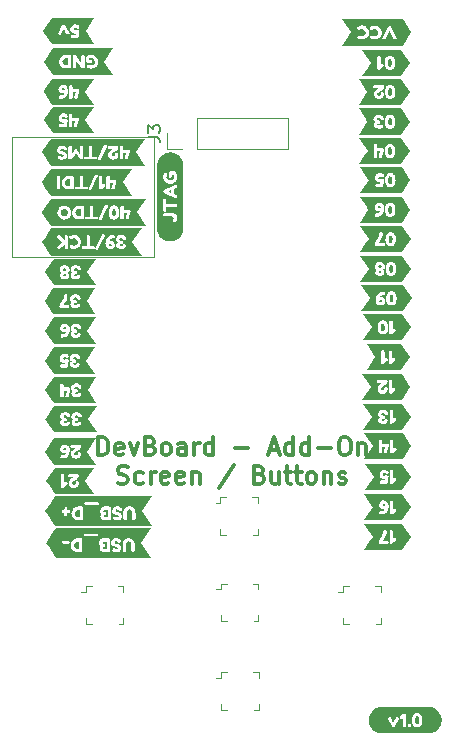
<source format=gbr>
%TF.GenerationSoftware,KiCad,Pcbnew,(6.0.1)*%
%TF.CreationDate,2022-04-28T08:04:20-05:00*%
%TF.ProjectId,AddOnBoard,4164644f-6e42-46f6-9172-642e6b696361,rev?*%
%TF.SameCoordinates,Original*%
%TF.FileFunction,Legend,Top*%
%TF.FilePolarity,Positive*%
%FSLAX46Y46*%
G04 Gerber Fmt 4.6, Leading zero omitted, Abs format (unit mm)*
G04 Created by KiCad (PCBNEW (6.0.1)) date 2022-04-28 08:04:20*
%MOMM*%
%LPD*%
G01*
G04 APERTURE LIST*
%ADD10C,0.120000*%
%ADD11C,0.300000*%
%ADD12C,0.150000*%
%ADD13C,0.100000*%
G04 APERTURE END LIST*
D10*
X93751400Y-91033600D02*
X105816400Y-91033600D01*
X105816400Y-91033600D02*
X105816400Y-80848200D01*
X105816400Y-80848200D02*
X93751400Y-80848200D01*
X93751400Y-80848200D02*
X93751400Y-91033600D01*
D11*
X101098971Y-107776671D02*
X101098971Y-106276671D01*
X101456114Y-106276671D01*
X101670400Y-106348100D01*
X101813257Y-106490957D01*
X101884685Y-106633814D01*
X101956114Y-106919528D01*
X101956114Y-107133814D01*
X101884685Y-107419528D01*
X101813257Y-107562385D01*
X101670400Y-107705242D01*
X101456114Y-107776671D01*
X101098971Y-107776671D01*
X103170400Y-107705242D02*
X103027542Y-107776671D01*
X102741828Y-107776671D01*
X102598971Y-107705242D01*
X102527542Y-107562385D01*
X102527542Y-106990957D01*
X102598971Y-106848100D01*
X102741828Y-106776671D01*
X103027542Y-106776671D01*
X103170400Y-106848100D01*
X103241828Y-106990957D01*
X103241828Y-107133814D01*
X102527542Y-107276671D01*
X103741828Y-106776671D02*
X104098971Y-107776671D01*
X104456114Y-106776671D01*
X105527542Y-106990957D02*
X105741828Y-107062385D01*
X105813257Y-107133814D01*
X105884685Y-107276671D01*
X105884685Y-107490957D01*
X105813257Y-107633814D01*
X105741828Y-107705242D01*
X105598971Y-107776671D01*
X105027542Y-107776671D01*
X105027542Y-106276671D01*
X105527542Y-106276671D01*
X105670400Y-106348100D01*
X105741828Y-106419528D01*
X105813257Y-106562385D01*
X105813257Y-106705242D01*
X105741828Y-106848100D01*
X105670400Y-106919528D01*
X105527542Y-106990957D01*
X105027542Y-106990957D01*
X106741828Y-107776671D02*
X106598971Y-107705242D01*
X106527542Y-107633814D01*
X106456114Y-107490957D01*
X106456114Y-107062385D01*
X106527542Y-106919528D01*
X106598971Y-106848100D01*
X106741828Y-106776671D01*
X106956114Y-106776671D01*
X107098971Y-106848100D01*
X107170400Y-106919528D01*
X107241828Y-107062385D01*
X107241828Y-107490957D01*
X107170400Y-107633814D01*
X107098971Y-107705242D01*
X106956114Y-107776671D01*
X106741828Y-107776671D01*
X108527542Y-107776671D02*
X108527542Y-106990957D01*
X108456114Y-106848100D01*
X108313257Y-106776671D01*
X108027542Y-106776671D01*
X107884685Y-106848100D01*
X108527542Y-107705242D02*
X108384685Y-107776671D01*
X108027542Y-107776671D01*
X107884685Y-107705242D01*
X107813257Y-107562385D01*
X107813257Y-107419528D01*
X107884685Y-107276671D01*
X108027542Y-107205242D01*
X108384685Y-107205242D01*
X108527542Y-107133814D01*
X109241828Y-107776671D02*
X109241828Y-106776671D01*
X109241828Y-107062385D02*
X109313257Y-106919528D01*
X109384685Y-106848100D01*
X109527542Y-106776671D01*
X109670400Y-106776671D01*
X110813257Y-107776671D02*
X110813257Y-106276671D01*
X110813257Y-107705242D02*
X110670400Y-107776671D01*
X110384685Y-107776671D01*
X110241828Y-107705242D01*
X110170400Y-107633814D01*
X110098971Y-107490957D01*
X110098971Y-107062385D01*
X110170400Y-106919528D01*
X110241828Y-106848100D01*
X110384685Y-106776671D01*
X110670400Y-106776671D01*
X110813257Y-106848100D01*
X112670400Y-107205242D02*
X113813257Y-107205242D01*
X115598971Y-107348100D02*
X116313257Y-107348100D01*
X115456114Y-107776671D02*
X115956114Y-106276671D01*
X116456114Y-107776671D01*
X117598971Y-107776671D02*
X117598971Y-106276671D01*
X117598971Y-107705242D02*
X117456114Y-107776671D01*
X117170400Y-107776671D01*
X117027542Y-107705242D01*
X116956114Y-107633814D01*
X116884685Y-107490957D01*
X116884685Y-107062385D01*
X116956114Y-106919528D01*
X117027542Y-106848100D01*
X117170400Y-106776671D01*
X117456114Y-106776671D01*
X117598971Y-106848100D01*
X118956114Y-107776671D02*
X118956114Y-106276671D01*
X118956114Y-107705242D02*
X118813257Y-107776671D01*
X118527542Y-107776671D01*
X118384685Y-107705242D01*
X118313257Y-107633814D01*
X118241828Y-107490957D01*
X118241828Y-107062385D01*
X118313257Y-106919528D01*
X118384685Y-106848100D01*
X118527542Y-106776671D01*
X118813257Y-106776671D01*
X118956114Y-106848100D01*
X119670400Y-107205242D02*
X120813257Y-107205242D01*
X121813257Y-106276671D02*
X122098971Y-106276671D01*
X122241828Y-106348100D01*
X122384685Y-106490957D01*
X122456114Y-106776671D01*
X122456114Y-107276671D01*
X122384685Y-107562385D01*
X122241828Y-107705242D01*
X122098971Y-107776671D01*
X121813257Y-107776671D01*
X121670400Y-107705242D01*
X121527542Y-107562385D01*
X121456114Y-107276671D01*
X121456114Y-106776671D01*
X121527542Y-106490957D01*
X121670400Y-106348100D01*
X121813257Y-106276671D01*
X123098971Y-106776671D02*
X123098971Y-107776671D01*
X123098971Y-106919528D02*
X123170400Y-106848100D01*
X123313257Y-106776671D01*
X123527542Y-106776671D01*
X123670400Y-106848100D01*
X123741828Y-106990957D01*
X123741828Y-107776671D01*
X102741828Y-110120242D02*
X102956114Y-110191671D01*
X103313257Y-110191671D01*
X103456114Y-110120242D01*
X103527542Y-110048814D01*
X103598971Y-109905957D01*
X103598971Y-109763100D01*
X103527542Y-109620242D01*
X103456114Y-109548814D01*
X103313257Y-109477385D01*
X103027542Y-109405957D01*
X102884685Y-109334528D01*
X102813257Y-109263100D01*
X102741828Y-109120242D01*
X102741828Y-108977385D01*
X102813257Y-108834528D01*
X102884685Y-108763100D01*
X103027542Y-108691671D01*
X103384685Y-108691671D01*
X103598971Y-108763100D01*
X104884685Y-110120242D02*
X104741828Y-110191671D01*
X104456114Y-110191671D01*
X104313257Y-110120242D01*
X104241828Y-110048814D01*
X104170400Y-109905957D01*
X104170400Y-109477385D01*
X104241828Y-109334528D01*
X104313257Y-109263100D01*
X104456114Y-109191671D01*
X104741828Y-109191671D01*
X104884685Y-109263100D01*
X105527542Y-110191671D02*
X105527542Y-109191671D01*
X105527542Y-109477385D02*
X105598971Y-109334528D01*
X105670400Y-109263100D01*
X105813257Y-109191671D01*
X105956114Y-109191671D01*
X107027542Y-110120242D02*
X106884685Y-110191671D01*
X106598971Y-110191671D01*
X106456114Y-110120242D01*
X106384685Y-109977385D01*
X106384685Y-109405957D01*
X106456114Y-109263100D01*
X106598971Y-109191671D01*
X106884685Y-109191671D01*
X107027542Y-109263100D01*
X107098971Y-109405957D01*
X107098971Y-109548814D01*
X106384685Y-109691671D01*
X108313257Y-110120242D02*
X108170400Y-110191671D01*
X107884685Y-110191671D01*
X107741828Y-110120242D01*
X107670400Y-109977385D01*
X107670400Y-109405957D01*
X107741828Y-109263100D01*
X107884685Y-109191671D01*
X108170400Y-109191671D01*
X108313257Y-109263100D01*
X108384685Y-109405957D01*
X108384685Y-109548814D01*
X107670400Y-109691671D01*
X109027542Y-109191671D02*
X109027542Y-110191671D01*
X109027542Y-109334528D02*
X109098971Y-109263100D01*
X109241828Y-109191671D01*
X109456114Y-109191671D01*
X109598971Y-109263100D01*
X109670400Y-109405957D01*
X109670400Y-110191671D01*
X112598971Y-108620242D02*
X111313257Y-110548814D01*
X114741828Y-109405957D02*
X114956114Y-109477385D01*
X115027542Y-109548814D01*
X115098971Y-109691671D01*
X115098971Y-109905957D01*
X115027542Y-110048814D01*
X114956114Y-110120242D01*
X114813257Y-110191671D01*
X114241828Y-110191671D01*
X114241828Y-108691671D01*
X114741828Y-108691671D01*
X114884685Y-108763100D01*
X114956114Y-108834528D01*
X115027542Y-108977385D01*
X115027542Y-109120242D01*
X114956114Y-109263100D01*
X114884685Y-109334528D01*
X114741828Y-109405957D01*
X114241828Y-109405957D01*
X116384685Y-109191671D02*
X116384685Y-110191671D01*
X115741828Y-109191671D02*
X115741828Y-109977385D01*
X115813257Y-110120242D01*
X115956114Y-110191671D01*
X116170400Y-110191671D01*
X116313257Y-110120242D01*
X116384685Y-110048814D01*
X116884685Y-109191671D02*
X117456114Y-109191671D01*
X117098971Y-108691671D02*
X117098971Y-109977385D01*
X117170400Y-110120242D01*
X117313257Y-110191671D01*
X117456114Y-110191671D01*
X117741828Y-109191671D02*
X118313257Y-109191671D01*
X117956114Y-108691671D02*
X117956114Y-109977385D01*
X118027542Y-110120242D01*
X118170400Y-110191671D01*
X118313257Y-110191671D01*
X119027542Y-110191671D02*
X118884685Y-110120242D01*
X118813257Y-110048814D01*
X118741828Y-109905957D01*
X118741828Y-109477385D01*
X118813257Y-109334528D01*
X118884685Y-109263100D01*
X119027542Y-109191671D01*
X119241828Y-109191671D01*
X119384685Y-109263100D01*
X119456114Y-109334528D01*
X119527542Y-109477385D01*
X119527542Y-109905957D01*
X119456114Y-110048814D01*
X119384685Y-110120242D01*
X119241828Y-110191671D01*
X119027542Y-110191671D01*
X120170400Y-109191671D02*
X120170400Y-110191671D01*
X120170400Y-109334528D02*
X120241828Y-109263100D01*
X120384685Y-109191671D01*
X120598971Y-109191671D01*
X120741828Y-109263100D01*
X120813257Y-109405957D01*
X120813257Y-110191671D01*
X121456114Y-110120242D02*
X121598971Y-110191671D01*
X121884685Y-110191671D01*
X122027542Y-110120242D01*
X122098971Y-109977385D01*
X122098971Y-109905957D01*
X122027542Y-109763100D01*
X121884685Y-109691671D01*
X121670400Y-109691671D01*
X121527542Y-109620242D01*
X121456114Y-109477385D01*
X121456114Y-109405957D01*
X121527542Y-109263100D01*
X121670400Y-109191671D01*
X121884685Y-109191671D01*
X122027542Y-109263100D01*
D12*
%TO.C,J3*%
X105326380Y-80851333D02*
X106040666Y-80851333D01*
X106183523Y-80898952D01*
X106278761Y-80994190D01*
X106326380Y-81137047D01*
X106326380Y-81232285D01*
X105326380Y-80470380D02*
X105326380Y-79851333D01*
X105707333Y-80184666D01*
X105707333Y-80041809D01*
X105754952Y-79946571D01*
X105802571Y-79898952D01*
X105897809Y-79851333D01*
X106135904Y-79851333D01*
X106231142Y-79898952D01*
X106278761Y-79946571D01*
X106326380Y-80041809D01*
X106326380Y-80327523D01*
X106278761Y-80422761D01*
X106231142Y-80470380D01*
%TO.C,kibuzzard-626A8FA0*%
G36*
X129166487Y-129091473D02*
G01*
X129274655Y-129107518D01*
X129380730Y-129134088D01*
X129483689Y-129170928D01*
X129582542Y-129217682D01*
X129676336Y-129273899D01*
X129764168Y-129339040D01*
X129845192Y-129412476D01*
X129918628Y-129493500D01*
X129983768Y-129581332D01*
X130039986Y-129675126D01*
X130086740Y-129773979D01*
X130123579Y-129876938D01*
X130150150Y-129983012D01*
X130166195Y-130091180D01*
X130171560Y-130200400D01*
X130166195Y-130309620D01*
X130150150Y-130417788D01*
X130123579Y-130523862D01*
X130086740Y-130626821D01*
X130039986Y-130725674D01*
X129983768Y-130819468D01*
X129918628Y-130907300D01*
X129845192Y-130988324D01*
X129764168Y-131061760D01*
X129676336Y-131126901D01*
X129582542Y-131183118D01*
X129483689Y-131229872D01*
X129380730Y-131266712D01*
X129274655Y-131293282D01*
X129166487Y-131309327D01*
X129057268Y-131314693D01*
X125095132Y-131314693D01*
X124985913Y-131309327D01*
X124877745Y-131293282D01*
X124771670Y-131266712D01*
X124668711Y-131229872D01*
X124569858Y-131183118D01*
X124476064Y-131126901D01*
X124388232Y-131061760D01*
X124307208Y-130988324D01*
X124233772Y-130907300D01*
X124168632Y-130819468D01*
X124112414Y-130725674D01*
X124065660Y-130626821D01*
X124028821Y-130523862D01*
X124002250Y-130417788D01*
X123986205Y-130309620D01*
X123980840Y-130200400D01*
X123986205Y-130091180D01*
X123989549Y-130068637D01*
X125607762Y-130068637D01*
X125639512Y-130154362D01*
X125969712Y-130719513D01*
X125984000Y-130736975D01*
X126027656Y-130771106D01*
X126092744Y-130787775D01*
X126161800Y-130766344D01*
X126212600Y-130717925D01*
X126541212Y-130154362D01*
X126572962Y-130067050D01*
X126552325Y-130013075D01*
X126521368Y-129987675D01*
X126620587Y-129987675D01*
X126670594Y-130086100D01*
X126766637Y-130141662D01*
X126877762Y-130092450D01*
X126898400Y-130073400D01*
X126898400Y-130640138D01*
X126900781Y-130698081D01*
X126915862Y-130741738D01*
X126958328Y-130772694D01*
X127038100Y-130783013D01*
X127119856Y-130772297D01*
X127161925Y-130740150D01*
X127177006Y-130698081D01*
X127179388Y-130643313D01*
X127179388Y-130636963D01*
X127282575Y-130636963D01*
X127313531Y-130751263D01*
X127360759Y-130773884D01*
X127440531Y-130781425D01*
X127518517Y-130769916D01*
X127560388Y-130735388D01*
X127577056Y-130691731D01*
X127579438Y-130635375D01*
X127579438Y-130629025D01*
X127552450Y-130517900D01*
X127501055Y-130492897D01*
X127419894Y-130484563D01*
X127341908Y-130496469D01*
X127300038Y-130532188D01*
X127284956Y-130575050D01*
X127282575Y-130630613D01*
X127282575Y-130636963D01*
X127179388Y-130636963D01*
X127179388Y-130198812D01*
X127658813Y-130198812D01*
X127663928Y-130310114D01*
X127679274Y-130413301D01*
X127704850Y-130508375D01*
X127739180Y-130588147D01*
X127781844Y-130656013D01*
X127837803Y-130712964D01*
X127912019Y-130759994D01*
X128001514Y-130791545D01*
X128103313Y-130802063D01*
X128204714Y-130791744D01*
X128293019Y-130760788D01*
X128365845Y-130713956D01*
X128420813Y-130656013D01*
X128474986Y-130564434D01*
X128513681Y-130457972D01*
X128536898Y-130336627D01*
X128544638Y-130200400D01*
X128539346Y-130095449D01*
X128523471Y-129994378D01*
X128497013Y-129897187D01*
X128463873Y-129817019D01*
X128421606Y-129747962D01*
X128366044Y-129689622D01*
X128293019Y-129641600D01*
X128204317Y-129609453D01*
X128101725Y-129598737D01*
X127998736Y-129609652D01*
X127908844Y-129642394D01*
X127834827Y-129691209D01*
X127779463Y-129750344D01*
X127735608Y-129826742D01*
X127696119Y-129927350D01*
X127675393Y-130007607D01*
X127662958Y-130098094D01*
X127658813Y-130198812D01*
X127179388Y-130198812D01*
X127179388Y-129759075D01*
X127171450Y-129674937D01*
X127149225Y-129640806D01*
X127107950Y-129622550D01*
X127032544Y-129614612D01*
X126942850Y-129655887D01*
X126938087Y-129659062D01*
X126677737Y-129894012D01*
X126620587Y-129987675D01*
X126521368Y-129987675D01*
X126490412Y-129962275D01*
X126403100Y-129928937D01*
X126352300Y-129942431D01*
X126324519Y-129969419D01*
X126298325Y-130013075D01*
X126090362Y-130413125D01*
X125882400Y-130013075D01*
X125840331Y-129948781D01*
X125785562Y-129927350D01*
X125690312Y-129962275D01*
X125628400Y-130013472D01*
X125607762Y-130068637D01*
X123989549Y-130068637D01*
X124002250Y-129983012D01*
X124028821Y-129876938D01*
X124065660Y-129773979D01*
X124112414Y-129675126D01*
X124168632Y-129581332D01*
X124233772Y-129493500D01*
X124307208Y-129412476D01*
X124388232Y-129339040D01*
X124476064Y-129273899D01*
X124569858Y-129217682D01*
X124668711Y-129170928D01*
X124771670Y-129134088D01*
X124877745Y-129107518D01*
X124985913Y-129091473D01*
X125095132Y-129086107D01*
X129057268Y-129086107D01*
X129166487Y-129091473D01*
G37*
G36*
X128172567Y-129899668D02*
G01*
X128223169Y-129959497D01*
X128253530Y-130059212D01*
X128263650Y-130198812D01*
X128263650Y-130208338D01*
X128253430Y-130344466D01*
X128222772Y-130441700D01*
X128171674Y-130500041D01*
X128100138Y-130519488D01*
X128029990Y-130499495D01*
X127979884Y-130439517D01*
X127949821Y-130339554D01*
X127939800Y-130199606D01*
X127949920Y-130059658D01*
X127980281Y-129959695D01*
X128030883Y-129899718D01*
X128101725Y-129879725D01*
X128172567Y-129899668D01*
G37*
D13*
%TO.C,btn_center1*%
X111455400Y-118643600D02*
X111955400Y-118643600D01*
X114655400Y-118643600D02*
X114155400Y-118643600D01*
X114655400Y-121843600D02*
X114655400Y-121343600D01*
X111455400Y-118643600D02*
X111455400Y-119143600D01*
X111455400Y-119143600D02*
X111055400Y-119143600D01*
X114655400Y-121843600D02*
X114255400Y-121843600D01*
X114655400Y-118643600D02*
X114655400Y-119143600D01*
X111455400Y-121843600D02*
X111955400Y-121843600D01*
X111455400Y-121843600D02*
X111455400Y-121343600D01*
D10*
%TO.C,J3*%
X109474000Y-79188000D02*
X117154000Y-79188000D01*
X108204000Y-81848000D02*
X106874000Y-81848000D01*
X117154000Y-81848000D02*
X117154000Y-79188000D01*
X109474000Y-81848000D02*
X109474000Y-79188000D01*
X106874000Y-81848000D02*
X106874000Y-80518000D01*
X109474000Y-81848000D02*
X117154000Y-81848000D01*
D13*
%TO.C,btn_Up1*%
X111430000Y-111353800D02*
X111930000Y-111353800D01*
X114630000Y-111353800D02*
X114130000Y-111353800D01*
X114630000Y-114553800D02*
X114630000Y-114053800D01*
X111430000Y-111353800D02*
X111430000Y-111853800D01*
X111430000Y-111853800D02*
X111030000Y-111853800D01*
X114630000Y-114553800D02*
X114230000Y-114553800D01*
X114630000Y-111353800D02*
X114630000Y-111853800D01*
X111430000Y-114553800D02*
X111930000Y-114553800D01*
X111430000Y-114553800D02*
X111430000Y-114053800D01*
%TO.C,btn_right1*%
X121793200Y-118872200D02*
X122293200Y-118872200D01*
X124993200Y-118872200D02*
X124493200Y-118872200D01*
X124993200Y-122072200D02*
X124993200Y-121572200D01*
X121793200Y-118872200D02*
X121793200Y-119372200D01*
X121793200Y-119372200D02*
X121393200Y-119372200D01*
X124993200Y-122072200D02*
X124593200Y-122072200D01*
X124993200Y-118872200D02*
X124993200Y-119372200D01*
X121793200Y-122072200D02*
X122293200Y-122072200D01*
X121793200Y-122072200D02*
X121793200Y-121572200D01*
%TO.C,btn_left1*%
X100025400Y-118872200D02*
X100525400Y-118872200D01*
X103225400Y-118872200D02*
X102725400Y-118872200D01*
X103225400Y-122072200D02*
X103225400Y-121572200D01*
X100025400Y-118872200D02*
X100025400Y-119372200D01*
X100025400Y-119372200D02*
X99625400Y-119372200D01*
X103225400Y-122072200D02*
X102825400Y-122072200D01*
X103225400Y-118872200D02*
X103225400Y-119372200D01*
X100025400Y-122072200D02*
X100525400Y-122072200D01*
X100025400Y-122072200D02*
X100025400Y-121572200D01*
%TO.C,btn_down1*%
X111480800Y-126136600D02*
X111980800Y-126136600D01*
X114680800Y-126136600D02*
X114180800Y-126136600D01*
X114680800Y-129336600D02*
X114680800Y-128836600D01*
X111480800Y-126136600D02*
X111480800Y-126636600D01*
X111480800Y-126636600D02*
X111080800Y-126636600D01*
X114680800Y-129336600D02*
X114280800Y-129336600D01*
X114680800Y-126136600D02*
X114680800Y-126636600D01*
X111480800Y-129336600D02*
X111980800Y-129336600D01*
X111480800Y-129336600D02*
X111480800Y-128836600D01*
%TO.C,kibuzzard-6268B78D*%
G36*
X98517075Y-74745850D02*
G01*
X98364675Y-74745850D01*
X98251764Y-74724220D01*
X98154331Y-74659331D01*
X98087061Y-74562295D01*
X98064637Y-74444225D01*
X98087656Y-74326552D01*
X98156712Y-74230706D01*
X98254344Y-74167008D01*
X98363087Y-74145775D01*
X98517075Y-74145775D01*
X98517075Y-74745850D01*
G37*
G36*
X96529216Y-74447400D02*
G01*
X97271020Y-73334695D01*
X102352784Y-73334695D01*
X101610980Y-74447400D01*
X102352784Y-75560105D01*
X97271020Y-75560105D01*
X96532920Y-74452956D01*
X97783650Y-74452956D01*
X97794564Y-74569241D01*
X97827306Y-74676000D01*
X97881877Y-74773234D01*
X97958275Y-74860944D01*
X98049060Y-74933522D01*
X98146791Y-74985364D01*
X98251466Y-75016469D01*
X98363087Y-75026838D01*
X98656775Y-75028425D01*
X98738531Y-75017709D01*
X98780600Y-74985563D01*
X98795681Y-74944288D01*
X98798062Y-74888725D01*
X98798062Y-74883963D01*
X98925062Y-74883963D01*
X98934587Y-74964925D01*
X98954431Y-74998263D01*
X98995706Y-75017313D01*
X99068731Y-75025250D01*
X99144137Y-75015725D01*
X99189381Y-74978419D01*
X99204462Y-74890313D01*
X99204462Y-74353737D01*
X99248207Y-74411020D01*
X99304299Y-74485500D01*
X99372737Y-74577178D01*
X99453524Y-74686054D01*
X99546657Y-74812128D01*
X99652138Y-74955400D01*
X99688650Y-74996675D01*
X99727544Y-75016519D01*
X99802950Y-75025250D01*
X99880738Y-75015725D01*
X99925981Y-74978419D01*
X99941062Y-74890313D01*
X99941062Y-74431525D01*
X100068063Y-74431525D01*
X100083938Y-74520425D01*
X100188713Y-74564875D01*
X100468113Y-74564875D01*
X100544313Y-74550588D01*
X100570506Y-74515663D01*
X100577650Y-74448194D01*
X100571300Y-74381519D01*
X100544313Y-74344212D01*
X100474463Y-74331512D01*
X100349050Y-74331512D01*
X100349050Y-74158475D01*
X100423266Y-74137044D01*
X100506213Y-74129900D01*
X100620513Y-74153911D01*
X100722113Y-74225944D01*
X100775029Y-74294559D01*
X100806779Y-74372347D01*
X100817363Y-74459306D01*
X100793947Y-74583528D01*
X100723700Y-74681556D01*
X100623291Y-74745255D01*
X100509388Y-74766488D01*
X100423663Y-74755573D01*
X100350638Y-74722831D01*
X100253800Y-74679175D01*
X100200222Y-74700209D01*
X100141088Y-74763313D01*
X100104575Y-74853006D01*
X100147438Y-74923650D01*
X100260856Y-74992442D01*
X100378860Y-75033717D01*
X100501450Y-75047475D01*
X100618131Y-75036908D01*
X100726875Y-75005208D01*
X100827681Y-74952374D01*
X100920550Y-74878406D01*
X100998338Y-74788663D01*
X101053900Y-74688502D01*
X101087238Y-74577922D01*
X101098350Y-74456925D01*
X101087436Y-74335332D01*
X101054694Y-74222967D01*
X101000123Y-74119829D01*
X100923725Y-74025919D01*
X100832543Y-73947784D01*
X100733622Y-73891973D01*
X100626962Y-73858487D01*
X100512563Y-73847325D01*
X100387547Y-73855957D01*
X100279200Y-73881853D01*
X100187522Y-73925013D01*
X100112513Y-73985437D01*
X100068063Y-74082275D01*
X100068063Y-74431525D01*
X99941062Y-74431525D01*
X99941062Y-74004487D01*
X99938681Y-73948925D01*
X99923600Y-73906062D01*
X99882325Y-73873916D01*
X99802950Y-73863200D01*
X99721194Y-73873916D01*
X99679125Y-73906062D01*
X99664044Y-73947338D01*
X99661663Y-74002900D01*
X99661663Y-74525188D01*
X99617301Y-74467332D01*
X99559357Y-74391132D01*
X99487831Y-74296587D01*
X99402724Y-74183699D01*
X99304034Y-74052465D01*
X99191762Y-73902887D01*
X99152075Y-73872725D01*
X99066350Y-73863200D01*
X98984594Y-73873916D01*
X98942525Y-73906062D01*
X98927444Y-73947338D01*
X98925062Y-74002900D01*
X98925062Y-74883963D01*
X98798062Y-74883963D01*
X98798062Y-74006075D01*
X98779012Y-73904475D01*
X98736944Y-73874709D01*
X98658362Y-73864787D01*
X98367850Y-73864787D01*
X98250921Y-73875602D01*
X98143020Y-73908047D01*
X98044149Y-73962121D01*
X97954306Y-74037825D01*
X97879644Y-74128660D01*
X97826314Y-74228127D01*
X97794316Y-74336225D01*
X97783650Y-74452956D01*
X96532920Y-74452956D01*
X96529216Y-74447400D01*
G37*
%TO.C,kibuzzard-6268BA9E*%
G36*
X106080653Y-83134806D02*
G01*
X106096675Y-83026792D01*
X106123208Y-82920869D01*
X106159994Y-82818056D01*
X106206682Y-82719344D01*
X106262819Y-82625684D01*
X106327867Y-82537977D01*
X106401199Y-82457068D01*
X106482107Y-82383737D01*
X106569814Y-82318689D01*
X106663474Y-82262551D01*
X106762186Y-82215864D01*
X106864999Y-82179077D01*
X106970922Y-82152545D01*
X107078936Y-82136523D01*
X107188000Y-82131165D01*
X107297064Y-82136523D01*
X107405078Y-82152545D01*
X107511001Y-82179077D01*
X107613814Y-82215864D01*
X107712526Y-82262551D01*
X107806186Y-82318689D01*
X107893893Y-82383737D01*
X107974801Y-82457068D01*
X108048133Y-82537977D01*
X108113181Y-82625684D01*
X108169318Y-82719344D01*
X108216006Y-82818056D01*
X108252792Y-82920869D01*
X108279325Y-83026792D01*
X108295347Y-83134806D01*
X108300705Y-83243870D01*
X108300705Y-88561730D01*
X108295347Y-88670794D01*
X108279325Y-88778808D01*
X108252792Y-88884731D01*
X108216006Y-88987544D01*
X108169318Y-89086256D01*
X108113181Y-89179916D01*
X108048133Y-89267623D01*
X107974801Y-89348532D01*
X107893893Y-89421863D01*
X107806186Y-89486911D01*
X107712526Y-89543049D01*
X107613814Y-89589736D01*
X107511001Y-89626523D01*
X107405078Y-89653055D01*
X107297064Y-89669077D01*
X107188000Y-89674435D01*
X107078936Y-89669077D01*
X106970922Y-89653055D01*
X106864999Y-89626523D01*
X106762186Y-89589736D01*
X106663474Y-89543049D01*
X106569814Y-89486911D01*
X106482107Y-89421863D01*
X106401199Y-89348532D01*
X106327867Y-89267623D01*
X106262819Y-89179916D01*
X106206682Y-89086256D01*
X106159994Y-88987544D01*
X106123208Y-88884731D01*
X106096675Y-88778808D01*
X106080653Y-88670794D01*
X106075295Y-88561730D01*
X106075295Y-87415688D01*
X106608562Y-87415688D01*
X106638725Y-87514113D01*
X106682778Y-87537925D01*
X106760962Y-87545863D01*
X107354688Y-87545863D01*
X107464225Y-87585550D01*
X107505500Y-87686356D01*
X107492403Y-87745292D01*
X107453113Y-87799863D01*
X107400725Y-87895113D01*
X107457875Y-87993538D01*
X107557094Y-88049100D01*
X107657900Y-87993538D01*
X107670600Y-87980838D01*
X107742038Y-87879238D01*
X107776566Y-87792322D01*
X107788075Y-87693500D01*
X107773876Y-87576025D01*
X107731278Y-87473367D01*
X107660281Y-87385525D01*
X107570764Y-87318497D01*
X107472603Y-87278281D01*
X107365800Y-87264875D01*
X106751437Y-87264875D01*
X106653012Y-87282338D01*
X106618881Y-87324406D01*
X106608562Y-87415688D01*
X106075295Y-87415688D01*
X106075295Y-87061675D01*
X106606975Y-87061675D01*
X106621262Y-87142638D01*
X106655394Y-87169625D01*
X106721275Y-87177563D01*
X106787950Y-87169625D01*
X106825256Y-87137875D01*
X106837162Y-87063263D01*
X106837162Y-86758463D01*
X107634088Y-86758463D01*
X107688856Y-86756081D01*
X107730131Y-86741794D01*
X107762675Y-86700519D01*
X107772200Y-86621938D01*
X107762675Y-86542563D01*
X107730131Y-86500494D01*
X107689650Y-86486206D01*
X107635675Y-86483825D01*
X106837162Y-86483825D01*
X106837162Y-86180613D01*
X106822875Y-86099650D01*
X106788744Y-86072663D01*
X106722862Y-86064725D01*
X106656187Y-86072663D01*
X106618881Y-86104413D01*
X106606975Y-86179025D01*
X106606975Y-87061675D01*
X106075295Y-87061675D01*
X106075295Y-85432900D01*
X106608562Y-85432900D01*
X106630787Y-85508306D01*
X106689525Y-85561488D01*
X107576938Y-85990113D01*
X107657900Y-86017100D01*
X107711875Y-85994081D01*
X107759500Y-85925025D01*
X107786488Y-85840094D01*
X107771406Y-85789294D01*
X107742038Y-85760719D01*
X107696000Y-85736113D01*
X107524550Y-85653563D01*
X107524550Y-85213825D01*
X107696000Y-85131275D01*
X107743625Y-85106669D01*
X107773788Y-85078094D01*
X107788075Y-85027294D01*
X107761088Y-84942363D01*
X107712272Y-84873306D01*
X107657900Y-84850288D01*
X107576938Y-84877275D01*
X106691112Y-85305900D01*
X106629200Y-85358288D01*
X106608562Y-85432900D01*
X106075295Y-85432900D01*
X106075295Y-84189888D01*
X106587925Y-84189888D01*
X106598492Y-84306569D01*
X106630192Y-84415313D01*
X106683026Y-84516119D01*
X106756994Y-84608988D01*
X106846737Y-84686775D01*
X106946898Y-84742338D01*
X107057478Y-84775675D01*
X107178475Y-84786788D01*
X107300068Y-84775873D01*
X107412433Y-84743131D01*
X107515571Y-84688561D01*
X107609481Y-84612163D01*
X107687616Y-84520980D01*
X107743427Y-84422059D01*
X107776913Y-84315399D01*
X107788075Y-84201000D01*
X107779443Y-84075984D01*
X107753547Y-83967638D01*
X107710387Y-83875959D01*
X107649963Y-83800950D01*
X107553125Y-83756500D01*
X107203875Y-83756500D01*
X107114975Y-83772375D01*
X107070525Y-83877150D01*
X107070525Y-84156550D01*
X107084812Y-84232750D01*
X107119737Y-84258944D01*
X107187206Y-84266088D01*
X107253881Y-84259738D01*
X107291188Y-84232750D01*
X107303888Y-84162900D01*
X107303888Y-84037488D01*
X107476925Y-84037488D01*
X107498356Y-84111703D01*
X107505500Y-84194650D01*
X107481489Y-84308950D01*
X107409456Y-84410550D01*
X107340841Y-84463467D01*
X107263053Y-84495217D01*
X107176094Y-84505800D01*
X107051872Y-84482384D01*
X106953844Y-84412138D01*
X106890145Y-84311728D01*
X106868912Y-84197825D01*
X106879827Y-84112100D01*
X106912569Y-84039075D01*
X106956225Y-83942238D01*
X106935191Y-83888659D01*
X106872087Y-83829525D01*
X106782394Y-83793013D01*
X106711750Y-83835875D01*
X106642958Y-83949293D01*
X106601683Y-84067297D01*
X106587925Y-84189888D01*
X106075295Y-84189888D01*
X106075295Y-83243870D01*
X106080653Y-83134806D01*
G37*
G36*
X107289600Y-85539263D02*
G01*
X107072112Y-85434488D01*
X107289600Y-85328125D01*
X107289600Y-85539263D01*
G37*
%TO.C,kibuzzard-6268B8A3*%
G36*
X98368644Y-107163394D02*
G01*
X98383725Y-107198319D01*
X98387694Y-107244356D01*
X98355150Y-107303887D01*
X98261487Y-107333256D01*
X98172587Y-107301506D01*
X98144806Y-107233244D01*
X98175366Y-107153472D01*
X98267044Y-107126881D01*
X98368644Y-107163394D01*
G37*
G36*
X96612031Y-107467400D02*
G01*
X96761785Y-107242769D01*
X97866994Y-107242769D01*
X97879429Y-107326642D01*
X97916735Y-107404694D01*
X97978912Y-107476925D01*
X98058552Y-107534692D01*
X98148246Y-107569353D01*
X98247994Y-107580906D01*
X98365469Y-107553919D01*
X98357531Y-107576144D01*
X98328162Y-107631706D01*
X98271806Y-107693619D01*
X98175762Y-107747594D01*
X98049556Y-107769819D01*
X97957481Y-107779344D01*
X97925731Y-107799981D01*
X97906681Y-107841256D01*
X97898744Y-107914281D01*
X97908269Y-107990481D01*
X97945575Y-108035725D01*
X98033681Y-108050806D01*
X98148013Y-108042678D01*
X98252248Y-108018294D01*
X98346387Y-107977654D01*
X98430429Y-107920758D01*
X98504375Y-107847606D01*
X98566383Y-107762326D01*
X98614611Y-107669044D01*
X98649060Y-107567762D01*
X98669729Y-107458478D01*
X98676619Y-107341194D01*
X98664977Y-107210049D01*
X98630052Y-107096013D01*
X98587098Y-107024487D01*
X98740119Y-107024487D01*
X98749644Y-107105450D01*
X98786950Y-107151487D01*
X98879819Y-107166569D01*
X99170331Y-107166569D01*
X99170331Y-107174506D01*
X99130644Y-107190381D01*
X99032219Y-107243959D01*
X98921094Y-107331669D01*
X98869500Y-107388819D01*
X98825844Y-107461844D01*
X98796078Y-107545188D01*
X98786156Y-107633294D01*
X98799385Y-107742390D01*
X98839073Y-107843197D01*
X98905219Y-107935713D01*
X98992619Y-108009355D01*
X99096072Y-108053540D01*
X99215575Y-108068269D01*
X99334990Y-108053717D01*
X99438178Y-108010060D01*
X99525138Y-107937300D01*
X99590842Y-107846195D01*
X99630265Y-107747506D01*
X99643406Y-107641231D01*
X99635469Y-107560269D01*
X99592209Y-107515025D01*
X99503706Y-107499944D01*
X99422744Y-107509469D01*
X99379881Y-107538044D01*
X99364800Y-107577731D01*
X99362419Y-107630119D01*
X99362419Y-107639644D01*
X99356069Y-107676156D01*
X99314000Y-107749975D01*
X99225894Y-107787281D01*
X99146519Y-107772994D01*
X99104450Y-107742038D01*
X99079844Y-107699175D01*
X99068731Y-107658694D01*
X99083614Y-107589241D01*
X99128263Y-107523756D01*
X99193945Y-107463630D01*
X99271931Y-107410250D01*
X99356069Y-107359847D01*
X99440206Y-107308650D01*
X99518192Y-107251897D01*
X99583875Y-107184825D01*
X99628523Y-107109220D01*
X99643406Y-107026869D01*
X99602131Y-106926856D01*
X99503706Y-106883994D01*
X98882994Y-106883994D01*
X98784569Y-106903044D01*
X98750437Y-106944319D01*
X98740119Y-107024487D01*
X98587098Y-107024487D01*
X98571844Y-106999087D01*
X98490705Y-106925445D01*
X98386988Y-106881260D01*
X98260694Y-106866531D01*
X98157065Y-106878526D01*
X98064197Y-106914509D01*
X97982087Y-106974481D01*
X97918147Y-107052269D01*
X97879782Y-107141698D01*
X97866994Y-107242769D01*
X96761785Y-107242769D01*
X97354364Y-106353901D01*
X100898369Y-106353901D01*
X100156036Y-107467400D01*
X100898369Y-108580899D01*
X97354364Y-108580899D01*
X96612031Y-107467400D01*
G37*
%TO.C,kibuzzard-6268BA03*%
G36*
X99479894Y-115686681D02*
G01*
X99327494Y-115686681D01*
X99214583Y-115665052D01*
X99117150Y-115600163D01*
X99049880Y-115503127D01*
X99027456Y-115385056D01*
X99050475Y-115267383D01*
X99119531Y-115171537D01*
X99217162Y-115107839D01*
X99325906Y-115086606D01*
X99479894Y-115086606D01*
X99479894Y-115686681D01*
G37*
G36*
X101816694Y-115688269D02*
G01*
X101594444Y-115688269D01*
X101515863Y-115672394D01*
X101489669Y-115616831D01*
X101494431Y-115559681D01*
X101570631Y-115526344D01*
X101668263Y-115504119D01*
X101697631Y-115412838D01*
X101669056Y-115321556D01*
X101583331Y-115299331D01*
X101494431Y-115286631D01*
X101465063Y-115254881D01*
X101456331Y-115194556D01*
X101481334Y-115113594D01*
X101556344Y-115086606D01*
X101816694Y-115086606D01*
X101816694Y-115688269D01*
G37*
G36*
X104688349Y-115214400D02*
G01*
X105544982Y-116499349D01*
X97546451Y-116499349D01*
X96809410Y-115393788D01*
X98746469Y-115393788D01*
X98757383Y-115510072D01*
X98790125Y-115616831D01*
X98844695Y-115714066D01*
X98921094Y-115801775D01*
X99011879Y-115874354D01*
X99109609Y-115926195D01*
X99214285Y-115957300D01*
X99325906Y-115967669D01*
X99619594Y-115969256D01*
X99701350Y-115958541D01*
X99743419Y-115926394D01*
X99758500Y-115885119D01*
X99760881Y-115829556D01*
X99760881Y-115178681D01*
X101175344Y-115178681D01*
X101185751Y-115267758D01*
X101216972Y-115350837D01*
X101269006Y-115427919D01*
X101223763Y-115519597D01*
X101208681Y-115620006D01*
X101220147Y-115711728D01*
X101254542Y-115794278D01*
X101311869Y-115867656D01*
X101382777Y-115924101D01*
X101464269Y-115957967D01*
X101556344Y-115969256D01*
X101956394Y-115969256D01*
X102038150Y-115958541D01*
X102080219Y-115926394D01*
X102095300Y-115885119D01*
X102097681Y-115829556D01*
X102097681Y-115175506D01*
X102200869Y-115175506D01*
X102210989Y-115270558D01*
X102241350Y-115349338D01*
X102286792Y-115409464D01*
X102342156Y-115448556D01*
X102405259Y-115474948D01*
X102473919Y-115496975D01*
X102542578Y-115514239D01*
X102605681Y-115526344D01*
X102706488Y-115562856D01*
X102746969Y-115633500D01*
X102712838Y-115701763D01*
X102627113Y-115726369D01*
X102542181Y-115705731D01*
X102517575Y-115685094D01*
X102499319Y-115669219D01*
X102416769Y-115637469D01*
X102360413Y-115657313D01*
X102305644Y-115716844D01*
X102267544Y-115804156D01*
X102316756Y-115881944D01*
X102356444Y-115912106D01*
X102465188Y-115962113D01*
X102547936Y-115980567D01*
X102639019Y-115986719D01*
X102750232Y-115975165D01*
X102844688Y-115940505D01*
X102922388Y-115882738D01*
X102966808Y-115826381D01*
X103150194Y-115826381D01*
X103159719Y-115908931D01*
X103180356Y-115942269D01*
X103221631Y-115961319D01*
X103293863Y-115969256D01*
X103369269Y-115959731D01*
X103415306Y-115924806D01*
X103431181Y-115837494D01*
X103431181Y-115351719D01*
X103445469Y-115245753D01*
X103488331Y-115153281D01*
X103560166Y-115088987D01*
X103661369Y-115067556D01*
X103774081Y-115094544D01*
X103845519Y-115165981D01*
X103881238Y-115255675D01*
X103893144Y-115350131D01*
X103893144Y-115826381D01*
X103912194Y-115926394D01*
X103953469Y-115959731D01*
X104034431Y-115969256D01*
X104115394Y-115959731D01*
X104158256Y-115926394D01*
X104173338Y-115884325D01*
X104175719Y-115827969D01*
X104175719Y-115350131D01*
X104167682Y-115246547D01*
X104143572Y-115148519D01*
X104103388Y-115056047D01*
X104047131Y-114969131D01*
X103975892Y-114894519D01*
X103886000Y-114835781D01*
X103781225Y-114797681D01*
X103665338Y-114784981D01*
X103549252Y-114797483D01*
X103443881Y-114834987D01*
X103352997Y-114892733D01*
X103280369Y-114965956D01*
X103223417Y-115054062D01*
X103182738Y-115146931D01*
X103158330Y-115244563D01*
X103150194Y-115346956D01*
X103150194Y-115826381D01*
X102966808Y-115826381D01*
X102980155Y-115809448D01*
X103014815Y-115728221D01*
X103026369Y-115639056D01*
X103016248Y-115544798D01*
X102985888Y-115465225D01*
X102940445Y-115402717D01*
X102885081Y-115359656D01*
X102822375Y-115328502D01*
X102754906Y-115301713D01*
X102687438Y-115280480D01*
X102624731Y-115265994D01*
X102523925Y-115230275D01*
X102483444Y-115169156D01*
X102499848Y-115102128D01*
X102549060Y-115061912D01*
X102631081Y-115048506D01*
X102707281Y-115073112D01*
X102770781Y-115124706D01*
X102841425Y-115184237D01*
X102894606Y-115204081D01*
X102978744Y-115165981D01*
X103029941Y-115105855D01*
X103047006Y-115058825D01*
X103005731Y-114967544D01*
X102991444Y-114950081D01*
X102945406Y-114901662D01*
X102873969Y-114851656D01*
X102766019Y-114806412D01*
X102697359Y-114792720D01*
X102624731Y-114788156D01*
X102529305Y-114797505D01*
X102437759Y-114825551D01*
X102350094Y-114872294D01*
X102289769Y-114924086D01*
X102242144Y-114993737D01*
X102211188Y-115078470D01*
X102200869Y-115175506D01*
X102097681Y-115175506D01*
X102097681Y-114948494D01*
X102088156Y-114865944D01*
X102046088Y-114820700D01*
X101957981Y-114805619D01*
X101540469Y-114805619D01*
X101444954Y-114817525D01*
X101359494Y-114853244D01*
X101284088Y-114912775D01*
X101225085Y-114989945D01*
X101188838Y-115078581D01*
X101175344Y-115178681D01*
X99760881Y-115178681D01*
X99760881Y-114946906D01*
X99741831Y-114845306D01*
X99699762Y-114815541D01*
X99621181Y-114805619D01*
X99330669Y-114805619D01*
X99213739Y-114816434D01*
X99105839Y-114848878D01*
X99006968Y-114902952D01*
X98917125Y-114978656D01*
X98842463Y-115069491D01*
X98789133Y-115168958D01*
X98757135Y-115277057D01*
X98746469Y-115393788D01*
X96809410Y-115393788D01*
X96689818Y-115214400D01*
X96732681Y-115150106D01*
X98059081Y-115150106D01*
X98068606Y-115223131D01*
X98102737Y-115262422D01*
X98173381Y-115275519D01*
X98551206Y-115275519D01*
X98627406Y-115261231D01*
X98657569Y-115223131D01*
X98667094Y-115151694D01*
X98659156Y-115078669D01*
X98623834Y-115038187D01*
X98552794Y-115024694D01*
X98174969Y-115024694D01*
X98095594Y-115038981D01*
X98067812Y-115077875D01*
X98059081Y-115150106D01*
X96732681Y-115150106D01*
X97132202Y-114550825D01*
X99848194Y-114550825D01*
X99856131Y-114613531D01*
X99945031Y-114661156D01*
X101013419Y-114661156D01*
X101081681Y-114648456D01*
X101104700Y-114615119D01*
X101111844Y-114551619D01*
X101103906Y-114488119D01*
X101015006Y-114442081D01*
X99946619Y-114442081D01*
X99878356Y-114454781D01*
X99855337Y-114488119D01*
X99848194Y-114550825D01*
X97132202Y-114550825D01*
X97546451Y-113929451D01*
X105544982Y-113929451D01*
X104688349Y-115214400D01*
G37*
%TO.C,kibuzzard-6268B63E*%
G36*
X123910064Y-82016600D02*
G01*
X123167202Y-80902307D01*
X126737136Y-80902307D01*
X127479998Y-82016600D01*
X126737136Y-83130893D01*
X123167202Y-83130893D01*
X123613731Y-82461100D01*
X124422694Y-82461100D01*
X124425075Y-82516662D01*
X124440156Y-82558731D01*
X124483019Y-82592069D01*
X124563187Y-82602388D01*
X124644150Y-82593656D01*
X124687806Y-82562700D01*
X124702887Y-82523013D01*
X124705269Y-82469038D01*
X124705269Y-82035650D01*
X124964031Y-82035650D01*
X124867194Y-82423000D01*
X124865606Y-82427763D01*
X124854494Y-82494438D01*
X124882275Y-82555556D01*
X124965619Y-82596038D01*
X125038644Y-82607150D01*
X125093412Y-82589688D01*
X125121987Y-82553175D01*
X125138656Y-82497613D01*
X125257833Y-82016600D01*
X125338681Y-82016600D01*
X125343973Y-82121551D01*
X125359848Y-82222622D01*
X125386306Y-82319813D01*
X125419445Y-82399981D01*
X125461713Y-82469038D01*
X125517275Y-82527378D01*
X125590300Y-82575400D01*
X125679002Y-82607547D01*
X125781594Y-82618263D01*
X125884583Y-82607348D01*
X125974475Y-82574606D01*
X126048492Y-82525791D01*
X126103856Y-82466656D01*
X126147711Y-82390258D01*
X126187200Y-82289650D01*
X126207926Y-82209393D01*
X126220361Y-82118906D01*
X126224506Y-82018188D01*
X126219391Y-81906886D01*
X126204045Y-81803699D01*
X126178469Y-81708625D01*
X126144139Y-81628853D01*
X126101475Y-81560987D01*
X126045516Y-81504036D01*
X125971300Y-81457006D01*
X125881805Y-81425455D01*
X125780006Y-81414937D01*
X125678605Y-81425256D01*
X125590300Y-81456212D01*
X125517473Y-81503044D01*
X125462506Y-81560987D01*
X125408333Y-81652566D01*
X125369638Y-81759028D01*
X125346420Y-81880373D01*
X125338681Y-82016600D01*
X125257833Y-82016600D01*
X125270419Y-81965800D01*
X125275181Y-81902300D01*
X125267244Y-81834037D01*
X125223984Y-81788794D01*
X125135481Y-81773712D01*
X124705269Y-81773712D01*
X124705269Y-81580037D01*
X124695744Y-81497487D01*
X124675106Y-81465737D01*
X124633831Y-81446687D01*
X124560806Y-81438750D01*
X124483812Y-81448275D01*
X124437775Y-81487169D01*
X124422694Y-81578450D01*
X124422694Y-82461100D01*
X123613731Y-82461100D01*
X123910064Y-82016600D01*
G37*
G36*
X125853329Y-81717505D02*
G01*
X125903434Y-81777483D01*
X125933498Y-81877446D01*
X125943519Y-82017394D01*
X125933398Y-82157342D01*
X125903038Y-82257305D01*
X125852436Y-82317282D01*
X125781594Y-82337275D01*
X125710752Y-82317332D01*
X125660150Y-82257503D01*
X125629789Y-82157788D01*
X125619669Y-82018188D01*
X125619669Y-82008662D01*
X125629888Y-81872534D01*
X125660547Y-81775300D01*
X125711645Y-81716959D01*
X125783181Y-81697512D01*
X125853329Y-81717505D01*
G37*
%TO.C,kibuzzard-6268B6D1*%
G36*
X124180732Y-101981000D02*
G01*
X123879636Y-101529356D01*
X124693362Y-101529356D01*
X124702887Y-101610319D01*
X124740194Y-101656356D01*
X124833062Y-101671437D01*
X125123575Y-101671437D01*
X125123575Y-101679375D01*
X125083887Y-101695250D01*
X124985462Y-101748828D01*
X124874337Y-101836537D01*
X124822744Y-101893687D01*
X124779087Y-101966712D01*
X124749322Y-102050056D01*
X124739400Y-102138163D01*
X124752629Y-102247259D01*
X124792317Y-102348065D01*
X124858462Y-102440581D01*
X124945863Y-102514224D01*
X125049315Y-102558409D01*
X125168819Y-102573138D01*
X125288234Y-102558585D01*
X125391422Y-102514929D01*
X125478381Y-102442169D01*
X125499562Y-102412800D01*
X125699838Y-102412800D01*
X125707775Y-102496938D01*
X125730000Y-102531069D01*
X125771275Y-102549325D01*
X125846681Y-102557263D01*
X125936375Y-102515988D01*
X125941138Y-102512813D01*
X126201488Y-102277863D01*
X126258638Y-102184200D01*
X126208631Y-102085775D01*
X126112588Y-102030213D01*
X126001463Y-102079425D01*
X125980825Y-102098475D01*
X125980825Y-101531737D01*
X125978444Y-101473794D01*
X125963363Y-101430137D01*
X125920897Y-101399181D01*
X125841125Y-101388862D01*
X125759369Y-101399578D01*
X125717300Y-101431725D01*
X125702219Y-101473794D01*
X125699838Y-101528562D01*
X125699838Y-102412800D01*
X125499562Y-102412800D01*
X125544086Y-102351064D01*
X125583509Y-102252374D01*
X125596650Y-102146100D01*
X125588713Y-102065138D01*
X125545453Y-102019894D01*
X125456950Y-102004813D01*
X125375987Y-102014338D01*
X125333125Y-102042913D01*
X125318044Y-102082600D01*
X125315662Y-102134988D01*
X125315662Y-102144513D01*
X125309312Y-102181025D01*
X125267244Y-102254844D01*
X125179137Y-102292150D01*
X125099762Y-102277863D01*
X125057694Y-102246906D01*
X125033087Y-102204044D01*
X125021975Y-102163563D01*
X125036858Y-102094109D01*
X125081506Y-102028625D01*
X125147189Y-101968498D01*
X125225175Y-101915119D01*
X125309312Y-101864716D01*
X125393450Y-101813519D01*
X125471436Y-101756766D01*
X125537119Y-101689694D01*
X125581767Y-101614089D01*
X125596650Y-101531737D01*
X125555375Y-101431725D01*
X125456950Y-101388862D01*
X124836237Y-101388862D01*
X124737812Y-101407912D01*
X124703681Y-101449187D01*
X124693362Y-101529356D01*
X123879636Y-101529356D01*
X123444220Y-100876232D01*
X126771268Y-100876232D01*
X127507780Y-101981000D01*
X126771268Y-103085768D01*
X123444220Y-103085768D01*
X124180732Y-101981000D01*
G37*
%TO.C,kibuzzard-6268B865*%
G36*
X96585308Y-99771200D02*
G01*
X96719187Y-99570381D01*
X97840800Y-99570381D01*
X97854206Y-99674274D01*
X97894422Y-99766878D01*
X97961450Y-99848194D01*
X98045235Y-99911253D01*
X98135722Y-99949088D01*
X98232912Y-99961700D01*
X98288475Y-99958525D01*
X98272600Y-100079175D01*
X97994787Y-100079175D01*
X97943194Y-100081556D01*
X97904300Y-100096638D01*
X97874534Y-100135928D01*
X97864612Y-100212525D01*
X97875328Y-100296663D01*
X97907475Y-100339525D01*
X97948750Y-100354606D01*
X98004312Y-100356988D01*
X98153537Y-100356988D01*
X98394837Y-100358575D01*
X98459131Y-100343494D01*
X98500406Y-100309363D01*
X98523425Y-100266500D01*
X98534537Y-100233163D01*
X98543666Y-100167281D01*
X98567875Y-99988688D01*
X98591687Y-99807316D01*
X98599625Y-99733100D01*
X98582162Y-99694206D01*
X98508344Y-99645787D01*
X98408331Y-99615625D01*
X98321812Y-99652137D01*
X98245612Y-99680712D01*
X98160681Y-99649756D01*
X98123375Y-99565619D01*
X98125000Y-99561650D01*
X98682175Y-99561650D01*
X98695272Y-99642612D01*
X98734563Y-99714050D01*
X98784569Y-99765644D01*
X98831400Y-99799775D01*
X98831400Y-99810888D01*
X98762608Y-99860717D01*
X98721333Y-99927657D01*
X98707575Y-100011706D01*
X98720099Y-100101224D01*
X98757669Y-100184567D01*
X98820288Y-100261738D01*
X98904601Y-100323474D01*
X99007260Y-100360515D01*
X99128263Y-100372863D01*
X99207042Y-100367306D01*
X99278281Y-100350638D01*
X99383056Y-100301425D01*
X99448938Y-100238719D01*
X99483863Y-100188713D01*
X99520375Y-100080763D01*
X99500531Y-100024009D01*
X99441000Y-99974400D01*
X99353688Y-99945825D01*
X99293363Y-99965669D01*
X99248913Y-100025200D01*
X99239388Y-100044250D01*
X99198113Y-100082350D01*
X99108419Y-100101400D01*
X99020313Y-100071238D01*
X98988563Y-100007738D01*
X99018725Y-99961303D01*
X99109213Y-99945825D01*
X99191763Y-99937888D01*
X99235816Y-99894628D01*
X99250500Y-99806125D01*
X99239784Y-99724766D01*
X99207638Y-99683887D01*
X99166363Y-99668012D01*
X99094131Y-99664837D01*
X99002056Y-99632294D01*
X98963163Y-99556887D01*
X99002850Y-99479894D01*
X99053650Y-99454295D01*
X99126675Y-99445762D01*
X99193350Y-99455287D01*
X99280663Y-99531487D01*
X99328288Y-99614037D01*
X99412425Y-99629912D01*
X99529106Y-99606894D01*
X99568000Y-99537837D01*
X99550538Y-99452112D01*
X99547363Y-99436237D01*
X99529900Y-99394962D01*
X99490609Y-99331859D01*
X99445763Y-99282250D01*
X99354040Y-99220514D01*
X99248207Y-99183472D01*
X99128263Y-99171125D01*
X99007436Y-99183384D01*
X98901074Y-99220161D01*
X98809175Y-99281456D01*
X98738619Y-99361625D01*
X98696286Y-99455023D01*
X98682175Y-99561650D01*
X98125000Y-99561650D01*
X98157506Y-99482275D01*
X98262281Y-99452112D01*
X98361500Y-99485450D01*
X98467862Y-99536250D01*
X98559937Y-99483862D01*
X98618675Y-99380675D01*
X98558350Y-99285425D01*
X98545650Y-99274312D01*
X98505962Y-99244150D01*
X98423412Y-99202699D01*
X98334512Y-99177828D01*
X98239262Y-99169537D01*
X98132194Y-99182678D01*
X98037474Y-99222101D01*
X97955100Y-99287806D01*
X97891600Y-99371767D01*
X97853500Y-99465959D01*
X97840800Y-99570381D01*
X96719187Y-99570381D01*
X97328170Y-98656907D01*
X100823492Y-98656907D01*
X100080630Y-99771200D01*
X100823492Y-100885493D01*
X97328170Y-100885493D01*
X96585308Y-99771200D01*
G37*
%TO.C,kibuzzard-6268B705*%
G36*
X124320432Y-114706400D02*
G01*
X123589212Y-113609570D01*
X126834768Y-113609570D01*
X127565988Y-114706400D01*
X126834768Y-115803230D01*
X123589212Y-115803230D01*
X124032565Y-115138200D01*
X124833062Y-115138200D01*
X124842587Y-115227100D01*
X124884656Y-115272344D01*
X124972762Y-115287425D01*
X125544262Y-115287425D01*
X125636338Y-115268375D01*
X125666500Y-115227100D01*
X125676025Y-115147725D01*
X125675835Y-115146138D01*
X125763338Y-115146138D01*
X125771275Y-115230275D01*
X125793500Y-115264406D01*
X125834775Y-115282663D01*
X125910181Y-115290600D01*
X125999875Y-115249325D01*
X126004638Y-115246150D01*
X126264988Y-115011200D01*
X126322138Y-114917538D01*
X126272131Y-114819113D01*
X126176088Y-114763550D01*
X126064963Y-114812763D01*
X126044325Y-114831813D01*
X126044325Y-114265075D01*
X126041944Y-114207131D01*
X126026863Y-114163475D01*
X125984397Y-114132519D01*
X125904625Y-114122200D01*
X125822869Y-114132916D01*
X125780800Y-114165062D01*
X125765719Y-114207131D01*
X125763338Y-114261900D01*
X125763338Y-115146138D01*
X125675835Y-115146138D01*
X125666500Y-115068350D01*
X125628400Y-115022313D01*
X125536325Y-115006438D01*
X125174375Y-115006438D01*
X125209300Y-114934206D01*
X125247797Y-114877453D01*
X125293437Y-114810381D01*
X125342650Y-114734777D01*
X125391862Y-114652425D01*
X125437503Y-114560945D01*
X125476000Y-114457956D01*
X125502194Y-114350602D01*
X125510925Y-114246025D01*
X125508544Y-114192844D01*
X125493462Y-114157125D01*
X125451394Y-114131725D01*
X125371225Y-114125375D01*
X125291056Y-114131725D01*
X125248987Y-114156331D01*
X125233112Y-114191256D01*
X125229937Y-114242850D01*
X125221206Y-114317462D01*
X125195012Y-114403187D01*
X125151356Y-114500025D01*
X125090237Y-114607975D01*
X125031698Y-114701241D01*
X124973556Y-114793713D01*
X124919780Y-114886383D01*
X124874337Y-114980244D01*
X124843381Y-115066961D01*
X124833062Y-115138200D01*
X124032565Y-115138200D01*
X124320432Y-114706400D01*
G37*
%TO.C,kibuzzard-6268B8B3*%
G36*
X96700402Y-109956600D02*
G01*
X97436914Y-108851832D01*
X100708398Y-108851832D01*
X99971886Y-109956600D01*
X100708398Y-111061368D01*
X97436914Y-111061368D01*
X96988269Y-110388400D01*
X97949544Y-110388400D01*
X97957481Y-110472538D01*
X97979706Y-110506669D01*
X98020981Y-110524925D01*
X98096387Y-110532863D01*
X98186081Y-110491588D01*
X98190844Y-110488413D01*
X98451194Y-110253463D01*
X98508344Y-110159800D01*
X98458337Y-110061375D01*
X98362294Y-110005813D01*
X98251169Y-110055025D01*
X98230531Y-110074075D01*
X98230531Y-109507337D01*
X98230433Y-109504956D01*
X98555969Y-109504956D01*
X98565494Y-109585919D01*
X98602800Y-109631956D01*
X98695669Y-109647037D01*
X98986181Y-109647037D01*
X98986181Y-109654975D01*
X98946494Y-109670850D01*
X98848069Y-109724428D01*
X98736944Y-109812137D01*
X98685350Y-109869287D01*
X98641694Y-109942312D01*
X98611928Y-110025656D01*
X98602006Y-110113763D01*
X98615235Y-110222859D01*
X98654923Y-110323665D01*
X98721069Y-110416181D01*
X98808469Y-110489824D01*
X98911922Y-110534009D01*
X99031425Y-110548738D01*
X99150840Y-110534185D01*
X99254028Y-110490529D01*
X99340988Y-110417769D01*
X99406692Y-110326664D01*
X99446115Y-110227974D01*
X99459256Y-110121700D01*
X99451319Y-110040738D01*
X99408059Y-109995494D01*
X99319556Y-109980413D01*
X99238594Y-109989938D01*
X99195731Y-110018513D01*
X99180650Y-110058200D01*
X99178269Y-110110588D01*
X99178269Y-110120113D01*
X99171919Y-110156625D01*
X99129850Y-110230444D01*
X99041744Y-110267750D01*
X98962369Y-110253463D01*
X98920300Y-110222506D01*
X98895694Y-110179644D01*
X98884581Y-110139163D01*
X98899464Y-110069709D01*
X98944113Y-110004225D01*
X99009795Y-109944098D01*
X99087781Y-109890719D01*
X99171919Y-109840316D01*
X99256056Y-109789119D01*
X99334042Y-109732366D01*
X99399725Y-109665294D01*
X99444373Y-109589689D01*
X99459256Y-109507337D01*
X99417981Y-109407325D01*
X99319556Y-109364462D01*
X98698844Y-109364462D01*
X98600419Y-109383512D01*
X98566287Y-109424787D01*
X98555969Y-109504956D01*
X98230433Y-109504956D01*
X98228150Y-109449394D01*
X98213069Y-109405737D01*
X98170603Y-109374781D01*
X98090831Y-109364462D01*
X98009075Y-109375178D01*
X97967006Y-109407325D01*
X97951925Y-109449394D01*
X97949544Y-109504162D01*
X97949544Y-110388400D01*
X96988269Y-110388400D01*
X96700402Y-109956600D01*
G37*
%TO.C,kibuzzard-6268B85C*%
G36*
X96612825Y-97231200D02*
G01*
X96762579Y-97006569D01*
X97867787Y-97006569D01*
X97880223Y-97090442D01*
X97917529Y-97168494D01*
X97979706Y-97240725D01*
X98059346Y-97298492D01*
X98149040Y-97333153D01*
X98248787Y-97344706D01*
X98366262Y-97317719D01*
X98358325Y-97339944D01*
X98328956Y-97395506D01*
X98272600Y-97457419D01*
X98176556Y-97511394D01*
X98050350Y-97533619D01*
X97958275Y-97543144D01*
X97926525Y-97563781D01*
X97907475Y-97605056D01*
X97899537Y-97678081D01*
X97909062Y-97754281D01*
X97946369Y-97799525D01*
X98034475Y-97814606D01*
X98148807Y-97806478D01*
X98253042Y-97782094D01*
X98347181Y-97741454D01*
X98431223Y-97684558D01*
X98505169Y-97611406D01*
X98567176Y-97526126D01*
X98615405Y-97432844D01*
X98649853Y-97331562D01*
X98670523Y-97222278D01*
X98677412Y-97104994D01*
X98669944Y-97020856D01*
X98756788Y-97020856D01*
X98769884Y-97101819D01*
X98809175Y-97173256D01*
X98859181Y-97224850D01*
X98906013Y-97258981D01*
X98906013Y-97270094D01*
X98837221Y-97319924D01*
X98795946Y-97386863D01*
X98782188Y-97470913D01*
X98794711Y-97560430D01*
X98832282Y-97643774D01*
X98894900Y-97720944D01*
X98979214Y-97782680D01*
X99081872Y-97819722D01*
X99202875Y-97832069D01*
X99281655Y-97826513D01*
X99352894Y-97809844D01*
X99457669Y-97760631D01*
X99523550Y-97697925D01*
X99558475Y-97647919D01*
X99594988Y-97539969D01*
X99575144Y-97483216D01*
X99515613Y-97433606D01*
X99428300Y-97405031D01*
X99367975Y-97424875D01*
X99323525Y-97484406D01*
X99314000Y-97503456D01*
X99272725Y-97541556D01*
X99183031Y-97560606D01*
X99094925Y-97530444D01*
X99063175Y-97466944D01*
X99093338Y-97420509D01*
X99183825Y-97405031D01*
X99266375Y-97397094D01*
X99310428Y-97353834D01*
X99325113Y-97265331D01*
X99314397Y-97183972D01*
X99282250Y-97143094D01*
X99240975Y-97127219D01*
X99168744Y-97124044D01*
X99076669Y-97091500D01*
X99037775Y-97016094D01*
X99077463Y-96939100D01*
X99128263Y-96913502D01*
X99201288Y-96904969D01*
X99267963Y-96914494D01*
X99355275Y-96990694D01*
X99402900Y-97073244D01*
X99487038Y-97089119D01*
X99603719Y-97066100D01*
X99642613Y-96997044D01*
X99625150Y-96911319D01*
X99621975Y-96895444D01*
X99604513Y-96854169D01*
X99565222Y-96791066D01*
X99520375Y-96741456D01*
X99428653Y-96679720D01*
X99322819Y-96642678D01*
X99202875Y-96630331D01*
X99082049Y-96642590D01*
X98975686Y-96679367D01*
X98883788Y-96740662D01*
X98813232Y-96820831D01*
X98770899Y-96914229D01*
X98756788Y-97020856D01*
X98669944Y-97020856D01*
X98665771Y-96973849D01*
X98630846Y-96859813D01*
X98572637Y-96762887D01*
X98491499Y-96689245D01*
X98387782Y-96645060D01*
X98261487Y-96630331D01*
X98157859Y-96642326D01*
X98064990Y-96678309D01*
X97982881Y-96738281D01*
X97918940Y-96816069D01*
X97880576Y-96905498D01*
X97867787Y-97006569D01*
X96762579Y-97006569D01*
X97355157Y-96117701D01*
X100897575Y-96117701D01*
X100155243Y-97231200D01*
X100897575Y-98344699D01*
X97355157Y-98344699D01*
X96612825Y-97231200D01*
G37*
G36*
X98369437Y-96927194D02*
G01*
X98384519Y-96962119D01*
X98388487Y-97008156D01*
X98355944Y-97067687D01*
X98262281Y-97097056D01*
X98173381Y-97065306D01*
X98145600Y-96997044D01*
X98176159Y-96917272D01*
X98267837Y-96890681D01*
X98369437Y-96927194D01*
G37*
%TO.C,kibuzzard-6268BA2C*%
G36*
X96315168Y-82143600D02*
G01*
X96451693Y-81938812D01*
X97612994Y-81938812D01*
X97623114Y-82033864D01*
X97653475Y-82112644D01*
X97698917Y-82172770D01*
X97754281Y-82211863D01*
X97817384Y-82238255D01*
X97886044Y-82260281D01*
X97954703Y-82277545D01*
X98017806Y-82289650D01*
X98118612Y-82326163D01*
X98159094Y-82396806D01*
X98124962Y-82465069D01*
X98039237Y-82489675D01*
X97954306Y-82469038D01*
X97929700Y-82448400D01*
X97911444Y-82432525D01*
X97828894Y-82400775D01*
X97772537Y-82420619D01*
X97717769Y-82480150D01*
X97679669Y-82567463D01*
X97728881Y-82645250D01*
X97768569Y-82675413D01*
X97877312Y-82725419D01*
X97960061Y-82743873D01*
X98051144Y-82750025D01*
X98162357Y-82738472D01*
X98256813Y-82703811D01*
X98334512Y-82646044D01*
X98380184Y-82588100D01*
X98562319Y-82588100D01*
X98564700Y-82643662D01*
X98579781Y-82686525D01*
X98621652Y-82718672D01*
X98702812Y-82729388D01*
X98785164Y-82718672D01*
X98830606Y-82686525D01*
X98873977Y-82631090D01*
X98931698Y-82556223D01*
X99003771Y-82461926D01*
X99090194Y-82348197D01*
X99190969Y-82215038D01*
X99551331Y-82688113D01*
X99560856Y-82697638D01*
X99601337Y-82719069D01*
X99675156Y-82729388D01*
X99756119Y-82719069D01*
X99798981Y-82688113D01*
X99814062Y-82646044D01*
X99815339Y-82616675D01*
X99903756Y-82616675D01*
X99911694Y-82683350D01*
X99943444Y-82720656D01*
X100018056Y-82732563D01*
X100900706Y-82732563D01*
X100981669Y-82718275D01*
X101001752Y-82692875D01*
X101064219Y-82692875D01*
X101085650Y-82740103D01*
X101149944Y-82783363D01*
X101230113Y-82808763D01*
X101267419Y-82802413D01*
X101321394Y-82732563D01*
X101813201Y-81704656D01*
X101899244Y-81704656D01*
X101908769Y-81785619D01*
X101946075Y-81831656D01*
X102038944Y-81846737D01*
X102329456Y-81846737D01*
X102329456Y-81854675D01*
X102289769Y-81870550D01*
X102191344Y-81924128D01*
X102080219Y-82011837D01*
X102028625Y-82068987D01*
X101984969Y-82142012D01*
X101955203Y-82225356D01*
X101945281Y-82313463D01*
X101958510Y-82422559D01*
X101998198Y-82523365D01*
X102064344Y-82615881D01*
X102151744Y-82689524D01*
X102255197Y-82733709D01*
X102374700Y-82748438D01*
X102494115Y-82733885D01*
X102597303Y-82690229D01*
X102684263Y-82617469D01*
X102703154Y-82591275D01*
X102905719Y-82591275D01*
X102908100Y-82646838D01*
X102923181Y-82688906D01*
X102966044Y-82722244D01*
X103046213Y-82732563D01*
X103127175Y-82723831D01*
X103170831Y-82692875D01*
X103185913Y-82653188D01*
X103188294Y-82599213D01*
X103188294Y-82165825D01*
X103447056Y-82165825D01*
X103350219Y-82553175D01*
X103348631Y-82557938D01*
X103337519Y-82624613D01*
X103365300Y-82685731D01*
X103448644Y-82726213D01*
X103521669Y-82737325D01*
X103576438Y-82719863D01*
X103605013Y-82683350D01*
X103621681Y-82627788D01*
X103753444Y-82095975D01*
X103758206Y-82032475D01*
X103750269Y-81964212D01*
X103707009Y-81918969D01*
X103618506Y-81903887D01*
X103188294Y-81903887D01*
X103188294Y-81710212D01*
X103178769Y-81627662D01*
X103158131Y-81595912D01*
X103116856Y-81576862D01*
X103043831Y-81568925D01*
X102966838Y-81578450D01*
X102920800Y-81617344D01*
X102905719Y-81708625D01*
X102905719Y-82591275D01*
X102703154Y-82591275D01*
X102749967Y-82526364D01*
X102789390Y-82427674D01*
X102802531Y-82321400D01*
X102794594Y-82240438D01*
X102751334Y-82195194D01*
X102662831Y-82180113D01*
X102581869Y-82189638D01*
X102539006Y-82218213D01*
X102523925Y-82257900D01*
X102521544Y-82310288D01*
X102521544Y-82319813D01*
X102515194Y-82356325D01*
X102473125Y-82430144D01*
X102385019Y-82467450D01*
X102305644Y-82453163D01*
X102263575Y-82422206D01*
X102238969Y-82379344D01*
X102227856Y-82338863D01*
X102242739Y-82269409D01*
X102287388Y-82203925D01*
X102353070Y-82143798D01*
X102431056Y-82090419D01*
X102515194Y-82040016D01*
X102599331Y-81988819D01*
X102677317Y-81932066D01*
X102743000Y-81864994D01*
X102787648Y-81789389D01*
X102802531Y-81707037D01*
X102761256Y-81607025D01*
X102662831Y-81564162D01*
X102042119Y-81564162D01*
X101943694Y-81583212D01*
X101909563Y-81624487D01*
X101899244Y-81704656D01*
X101813201Y-81704656D01*
X101832569Y-81664175D01*
X101851619Y-81584800D01*
X101833363Y-81544319D01*
X101762719Y-81502250D01*
X101683344Y-81478437D01*
X101639688Y-81490344D01*
X101615875Y-81514950D01*
X101596031Y-81554637D01*
X101086444Y-82613500D01*
X101064219Y-82692875D01*
X101001752Y-82692875D01*
X101008656Y-82684144D01*
X101016594Y-82618263D01*
X101008656Y-82551588D01*
X100976906Y-82514281D01*
X100902294Y-82502375D01*
X100597494Y-82502375D01*
X100597494Y-81705450D01*
X100595112Y-81650681D01*
X100580825Y-81609406D01*
X100539550Y-81576862D01*
X100460969Y-81567337D01*
X100381594Y-81576862D01*
X100339525Y-81609406D01*
X100325237Y-81649887D01*
X100322856Y-81703862D01*
X100322856Y-82502375D01*
X100019644Y-82502375D01*
X99938681Y-82516663D01*
X99911694Y-82550794D01*
X99903756Y-82616675D01*
X99815339Y-82616675D01*
X99816444Y-82591275D01*
X99816444Y-81710212D01*
X99814062Y-81653062D01*
X99798981Y-81611787D01*
X99756912Y-81579641D01*
X99678331Y-81568925D01*
X99597369Y-81579641D01*
X99554506Y-81611787D01*
X99539425Y-81652269D01*
X99537044Y-81707037D01*
X99537044Y-82242025D01*
X99507675Y-82202536D01*
X99435444Y-82103119D01*
X99357259Y-81996161D01*
X99310031Y-81934050D01*
X99297331Y-81916587D01*
X99255262Y-81884044D01*
X99190175Y-81867375D01*
X99123500Y-81885631D01*
X99084606Y-81914206D01*
X99056031Y-81951512D01*
X99021503Y-81998542D01*
X98959194Y-82085656D01*
X98892122Y-82178327D01*
X98843306Y-82242025D01*
X98843306Y-81710212D01*
X98835369Y-81627662D01*
X98813144Y-81595912D01*
X98771869Y-81576862D01*
X98698844Y-81568925D01*
X98622644Y-81578450D01*
X98577400Y-81620122D01*
X98562319Y-81707037D01*
X98562319Y-82588100D01*
X98380184Y-82588100D01*
X98392280Y-82572754D01*
X98426940Y-82491527D01*
X98438494Y-82402363D01*
X98428373Y-82308105D01*
X98398012Y-82228531D01*
X98352570Y-82166023D01*
X98297206Y-82122962D01*
X98234500Y-82091808D01*
X98167031Y-82065019D01*
X98099562Y-82043786D01*
X98036856Y-82029300D01*
X97936050Y-81993581D01*
X97895569Y-81932462D01*
X97911973Y-81865435D01*
X97961185Y-81825218D01*
X98043206Y-81811812D01*
X98119406Y-81836419D01*
X98182906Y-81888012D01*
X98253550Y-81947544D01*
X98306731Y-81967387D01*
X98390869Y-81929287D01*
X98442066Y-81869161D01*
X98459131Y-81822131D01*
X98417856Y-81730850D01*
X98403569Y-81713387D01*
X98357531Y-81664969D01*
X98286094Y-81614962D01*
X98178144Y-81569719D01*
X98109484Y-81556027D01*
X98036856Y-81551462D01*
X97941430Y-81560811D01*
X97849884Y-81588857D01*
X97762219Y-81635600D01*
X97701894Y-81687392D01*
X97654269Y-81757044D01*
X97623312Y-81841777D01*
X97612994Y-81938812D01*
X96451693Y-81938812D01*
X97100364Y-80965807D01*
X105056032Y-80965807D01*
X104270836Y-82143600D01*
X105056032Y-83321393D01*
X97100364Y-83321393D01*
X96315168Y-82143600D01*
G37*
%TO.C,kibuzzard-6268B841*%
G36*
X98324194Y-92465525D02*
G01*
X98351975Y-92526644D01*
X98326575Y-92586175D01*
X98247994Y-92613163D01*
X98167825Y-92585381D01*
X98140837Y-92525850D01*
X98167031Y-92465525D01*
X98244819Y-92436950D01*
X98324194Y-92465525D01*
G37*
G36*
X96567316Y-92278200D02*
G01*
X96707016Y-92068650D01*
X97824925Y-92068650D01*
X97833855Y-92134928D01*
X97860644Y-92200412D01*
X97917794Y-92286931D01*
X97953512Y-92319475D01*
X97929700Y-92344875D01*
X97882869Y-92419488D01*
X97859850Y-92516325D01*
X97872550Y-92616867D01*
X97910650Y-92704708D01*
X97974150Y-92779850D01*
X98054936Y-92837176D01*
X98144894Y-92871572D01*
X98244025Y-92883038D01*
X98343508Y-92871749D01*
X98434525Y-92837882D01*
X98517075Y-92781438D01*
X98582339Y-92707707D01*
X98621497Y-92621982D01*
X98634550Y-92524263D01*
X98608356Y-92413931D01*
X98566287Y-92344875D01*
X98539300Y-92319475D01*
X98572637Y-92289313D01*
X98636931Y-92198031D01*
X98661339Y-92134333D01*
X98669475Y-92068650D01*
X98669066Y-92065475D01*
X98748850Y-92065475D01*
X98761947Y-92146437D01*
X98801238Y-92217875D01*
X98851244Y-92269469D01*
X98898075Y-92303600D01*
X98898075Y-92314713D01*
X98829283Y-92364542D01*
X98788008Y-92431482D01*
X98774250Y-92515531D01*
X98786774Y-92605049D01*
X98824344Y-92688392D01*
X98886963Y-92765563D01*
X98971276Y-92827299D01*
X99073935Y-92864340D01*
X99194938Y-92876688D01*
X99273717Y-92871131D01*
X99344956Y-92854463D01*
X99449731Y-92805250D01*
X99515613Y-92742544D01*
X99550538Y-92692538D01*
X99587050Y-92584588D01*
X99567206Y-92527834D01*
X99507675Y-92478225D01*
X99420363Y-92449650D01*
X99360038Y-92469494D01*
X99315588Y-92529025D01*
X99306063Y-92548075D01*
X99264788Y-92586175D01*
X99175094Y-92605225D01*
X99086988Y-92575063D01*
X99055238Y-92511563D01*
X99085400Y-92465128D01*
X99175888Y-92449650D01*
X99258438Y-92441713D01*
X99302491Y-92398453D01*
X99317175Y-92309950D01*
X99306459Y-92228591D01*
X99274313Y-92187712D01*
X99233038Y-92171837D01*
X99160806Y-92168662D01*
X99068731Y-92136119D01*
X99029838Y-92060712D01*
X99069525Y-91983719D01*
X99120325Y-91958120D01*
X99193350Y-91949587D01*
X99260025Y-91959112D01*
X99347338Y-92035312D01*
X99394963Y-92117862D01*
X99479100Y-92133737D01*
X99595781Y-92110719D01*
X99634675Y-92041662D01*
X99617213Y-91955937D01*
X99614038Y-91940062D01*
X99596575Y-91898787D01*
X99557284Y-91835684D01*
X99512438Y-91786075D01*
X99420715Y-91724339D01*
X99314882Y-91687297D01*
X99194938Y-91674950D01*
X99074111Y-91687209D01*
X98967749Y-91723986D01*
X98875850Y-91785281D01*
X98805294Y-91865450D01*
X98762961Y-91958848D01*
X98748850Y-92065475D01*
X98669066Y-92065475D01*
X98655099Y-91956996D01*
X98611972Y-91861217D01*
X98540094Y-91781312D01*
X98450047Y-91721340D01*
X98352416Y-91685357D01*
X98247200Y-91673362D01*
X98141984Y-91685445D01*
X98044353Y-91721693D01*
X97954306Y-91782106D01*
X97882428Y-91862275D01*
X97839301Y-91957790D01*
X97824925Y-92068650D01*
X96707016Y-92068650D01*
X97312295Y-91160732D01*
X100892284Y-91160732D01*
X100147305Y-92278200D01*
X100892284Y-93395668D01*
X97312295Y-93395668D01*
X96567316Y-92278200D01*
G37*
G36*
X98351975Y-91979750D02*
G01*
X98388487Y-92062300D01*
X98351975Y-92144056D01*
X98246406Y-92181362D01*
X98141631Y-92143262D01*
X98105912Y-92061506D01*
X98140837Y-91979750D01*
X98245612Y-91941650D01*
X98351975Y-91979750D01*
G37*
%TO.C,kibuzzard-6268B895*%
G36*
X96600125Y-104724200D02*
G01*
X96740354Y-104513856D01*
X97855087Y-104513856D01*
X97868184Y-104594819D01*
X97907475Y-104666256D01*
X97957481Y-104717850D01*
X98004312Y-104751981D01*
X98004312Y-104763094D01*
X97935521Y-104812924D01*
X97894246Y-104879863D01*
X97880487Y-104963913D01*
X97893011Y-105053430D01*
X97930582Y-105136774D01*
X97993200Y-105213944D01*
X98077514Y-105275680D01*
X98180172Y-105312722D01*
X98301175Y-105325069D01*
X98379955Y-105319513D01*
X98451194Y-105302844D01*
X98555969Y-105253631D01*
X98621850Y-105190925D01*
X98656775Y-105140919D01*
X98693287Y-105032969D01*
X98673444Y-104976216D01*
X98613912Y-104926606D01*
X98526600Y-104898031D01*
X98466275Y-104917875D01*
X98421825Y-104977406D01*
X98412300Y-104996456D01*
X98371025Y-105034556D01*
X98281331Y-105053606D01*
X98193225Y-105023444D01*
X98161475Y-104959944D01*
X98191637Y-104913509D01*
X98282125Y-104898031D01*
X98364675Y-104890094D01*
X98408728Y-104846834D01*
X98423412Y-104758331D01*
X98412697Y-104676972D01*
X98380550Y-104636094D01*
X98339275Y-104620219D01*
X98267044Y-104617044D01*
X98174969Y-104584500D01*
X98136075Y-104509094D01*
X98175762Y-104432100D01*
X98226562Y-104406502D01*
X98299587Y-104397969D01*
X98366262Y-104407494D01*
X98453575Y-104483694D01*
X98501200Y-104566244D01*
X98585337Y-104582119D01*
X98702019Y-104559100D01*
X98727501Y-104513856D01*
X98820288Y-104513856D01*
X98833384Y-104594819D01*
X98872675Y-104666256D01*
X98922681Y-104717850D01*
X98969513Y-104751981D01*
X98969513Y-104763094D01*
X98900721Y-104812924D01*
X98859446Y-104879863D01*
X98845688Y-104963913D01*
X98858211Y-105053430D01*
X98895782Y-105136774D01*
X98958400Y-105213944D01*
X99042714Y-105275680D01*
X99145372Y-105312722D01*
X99266375Y-105325069D01*
X99345155Y-105319513D01*
X99416394Y-105302844D01*
X99521169Y-105253631D01*
X99587050Y-105190925D01*
X99621975Y-105140919D01*
X99658488Y-105032969D01*
X99638644Y-104976216D01*
X99579113Y-104926606D01*
X99491800Y-104898031D01*
X99431475Y-104917875D01*
X99387025Y-104977406D01*
X99377500Y-104996456D01*
X99336225Y-105034556D01*
X99246531Y-105053606D01*
X99158425Y-105023444D01*
X99126675Y-104959944D01*
X99156838Y-104913509D01*
X99247325Y-104898031D01*
X99329875Y-104890094D01*
X99373928Y-104846834D01*
X99388613Y-104758331D01*
X99377897Y-104676972D01*
X99345750Y-104636094D01*
X99304475Y-104620219D01*
X99232244Y-104617044D01*
X99140169Y-104584500D01*
X99101275Y-104509094D01*
X99140963Y-104432100D01*
X99191763Y-104406502D01*
X99264788Y-104397969D01*
X99331463Y-104407494D01*
X99418775Y-104483694D01*
X99466400Y-104566244D01*
X99550538Y-104582119D01*
X99667219Y-104559100D01*
X99706113Y-104490044D01*
X99688650Y-104404319D01*
X99685475Y-104388444D01*
X99668013Y-104347169D01*
X99628722Y-104284066D01*
X99583875Y-104234456D01*
X99492153Y-104172720D01*
X99386319Y-104135678D01*
X99266375Y-104123331D01*
X99145549Y-104135590D01*
X99039186Y-104172367D01*
X98947288Y-104233662D01*
X98876732Y-104313831D01*
X98834399Y-104407229D01*
X98820288Y-104513856D01*
X98727501Y-104513856D01*
X98740912Y-104490044D01*
X98723450Y-104404319D01*
X98720275Y-104388444D01*
X98702812Y-104347169D01*
X98663522Y-104284066D01*
X98618675Y-104234456D01*
X98526953Y-104172720D01*
X98421119Y-104135678D01*
X98301175Y-104123331D01*
X98180349Y-104135590D01*
X98073986Y-104172367D01*
X97982087Y-104233662D01*
X97911532Y-104313831D01*
X97869199Y-104407229D01*
X97855087Y-104513856D01*
X96740354Y-104513856D01*
X97342457Y-103610701D01*
X100961075Y-103610701D01*
X100218743Y-104724200D01*
X100961075Y-105837699D01*
X97342457Y-105837699D01*
X96600125Y-104724200D01*
G37*
%TO.C,kibuzzard-6268B612*%
G36*
X125886666Y-76713705D02*
G01*
X125936772Y-76773683D01*
X125966835Y-76873646D01*
X125976856Y-77013594D01*
X125966736Y-77153542D01*
X125936375Y-77253505D01*
X125885773Y-77313482D01*
X125814931Y-77333475D01*
X125744089Y-77313532D01*
X125693488Y-77253703D01*
X125663127Y-77153988D01*
X125653006Y-77014388D01*
X125653006Y-77004862D01*
X125663226Y-76868734D01*
X125693884Y-76771500D01*
X125744982Y-76713159D01*
X125816519Y-76693712D01*
X125886666Y-76713705D01*
G37*
G36*
X123876726Y-77012800D02*
G01*
X123581980Y-76570681D01*
X124389356Y-76570681D01*
X124398881Y-76651644D01*
X124436187Y-76697681D01*
X124529056Y-76712762D01*
X124819569Y-76712762D01*
X124819569Y-76720700D01*
X124779881Y-76736575D01*
X124681456Y-76790153D01*
X124570331Y-76877862D01*
X124518737Y-76935012D01*
X124475081Y-77008037D01*
X124445316Y-77091381D01*
X124435394Y-77179488D01*
X124448623Y-77288584D01*
X124488310Y-77389390D01*
X124554456Y-77481906D01*
X124641857Y-77555549D01*
X124745309Y-77599734D01*
X124864812Y-77614463D01*
X124984228Y-77599910D01*
X125087415Y-77556254D01*
X125174375Y-77483494D01*
X125240080Y-77392389D01*
X125279503Y-77293699D01*
X125292644Y-77187425D01*
X125284706Y-77106463D01*
X125241447Y-77061219D01*
X125152944Y-77046138D01*
X125071981Y-77055663D01*
X125029119Y-77084238D01*
X125014037Y-77123925D01*
X125011656Y-77176313D01*
X125011656Y-77185838D01*
X125005306Y-77222350D01*
X124963237Y-77296169D01*
X124875131Y-77333475D01*
X124795756Y-77319188D01*
X124753687Y-77288231D01*
X124729081Y-77245369D01*
X124717969Y-77204888D01*
X124732852Y-77135434D01*
X124777500Y-77069950D01*
X124839931Y-77012800D01*
X125372019Y-77012800D01*
X125377310Y-77117751D01*
X125393185Y-77218822D01*
X125419644Y-77316013D01*
X125452783Y-77396181D01*
X125495050Y-77465238D01*
X125550613Y-77523578D01*
X125623638Y-77571600D01*
X125712339Y-77603747D01*
X125814931Y-77614463D01*
X125917920Y-77603548D01*
X126007813Y-77570806D01*
X126081830Y-77521991D01*
X126137194Y-77462856D01*
X126181048Y-77386458D01*
X126220538Y-77285850D01*
X126241263Y-77205593D01*
X126253699Y-77115106D01*
X126257844Y-77014388D01*
X126252728Y-76903086D01*
X126237383Y-76799899D01*
X126211806Y-76704825D01*
X126177477Y-76625053D01*
X126134813Y-76557187D01*
X126078853Y-76500236D01*
X126004638Y-76453206D01*
X125915142Y-76421655D01*
X125813344Y-76411137D01*
X125711942Y-76421456D01*
X125623638Y-76452412D01*
X125550811Y-76499244D01*
X125495844Y-76557187D01*
X125441670Y-76648766D01*
X125402975Y-76755228D01*
X125379758Y-76876573D01*
X125372019Y-77012800D01*
X124839931Y-77012800D01*
X124843183Y-77009823D01*
X124921169Y-76956444D01*
X125005306Y-76906041D01*
X125089444Y-76854844D01*
X125167430Y-76798091D01*
X125233112Y-76731019D01*
X125277761Y-76655414D01*
X125292644Y-76573062D01*
X125251369Y-76473050D01*
X125152944Y-76430187D01*
X124532231Y-76430187D01*
X124433806Y-76449237D01*
X124399675Y-76490512D01*
X124389356Y-76570681D01*
X123581980Y-76570681D01*
X123133864Y-75898507D01*
X126770474Y-75898507D01*
X127513336Y-77012800D01*
X126770474Y-78127093D01*
X123133864Y-78127093D01*
X123876726Y-77012800D01*
G37*
%TO.C,kibuzzard-6268B9F3*%
G36*
X96615206Y-112522000D02*
G01*
X97057590Y-111858425D01*
X99922806Y-111858425D01*
X99930744Y-111921131D01*
X100019644Y-111968756D01*
X101088031Y-111968756D01*
X101156294Y-111956056D01*
X101179313Y-111922719D01*
X101186456Y-111859219D01*
X101178519Y-111795719D01*
X101089619Y-111749681D01*
X100021231Y-111749681D01*
X99952969Y-111762381D01*
X99929950Y-111795719D01*
X99922806Y-111858425D01*
X97057590Y-111858425D01*
X97471839Y-111237051D01*
X105619594Y-111237051D01*
X104762961Y-112522000D01*
X105619594Y-113806949D01*
X97471839Y-113806949D01*
X96631081Y-112545813D01*
X97984469Y-112545813D01*
X97993200Y-112618044D01*
X98027331Y-112658525D01*
X98108294Y-112672019D01*
X98236881Y-112672019D01*
X98236881Y-112799019D01*
X98251169Y-112886331D01*
X98290062Y-112915700D01*
X98362294Y-112924431D01*
X98434525Y-112915700D01*
X98475006Y-112881569D01*
X98487706Y-112800606D01*
X98487706Y-112701388D01*
X98821081Y-112701388D01*
X98831995Y-112817672D01*
X98864737Y-112924431D01*
X98919308Y-113021666D01*
X98995706Y-113109375D01*
X99086491Y-113181954D01*
X99184222Y-113233795D01*
X99288898Y-113264900D01*
X99400519Y-113275269D01*
X99694206Y-113276856D01*
X99775962Y-113266141D01*
X99818031Y-113233994D01*
X99833112Y-113192719D01*
X99835494Y-113137156D01*
X99835494Y-112486281D01*
X101249956Y-112486281D01*
X101260363Y-112575358D01*
X101291584Y-112658437D01*
X101343619Y-112735519D01*
X101298375Y-112827197D01*
X101283294Y-112927606D01*
X101294759Y-113019328D01*
X101329155Y-113101878D01*
X101386481Y-113175256D01*
X101457390Y-113231701D01*
X101538881Y-113265567D01*
X101630956Y-113276856D01*
X102031006Y-113276856D01*
X102112763Y-113266141D01*
X102154831Y-113233994D01*
X102169913Y-113192719D01*
X102172294Y-113137156D01*
X102172294Y-112483106D01*
X102275481Y-112483106D01*
X102285602Y-112578158D01*
X102315963Y-112656938D01*
X102361405Y-112717064D01*
X102416769Y-112756156D01*
X102479872Y-112782548D01*
X102548531Y-112804575D01*
X102617191Y-112821839D01*
X102680294Y-112833944D01*
X102781100Y-112870456D01*
X102821581Y-112941100D01*
X102787450Y-113009363D01*
X102701725Y-113033969D01*
X102616794Y-113013331D01*
X102592188Y-112992694D01*
X102573931Y-112976819D01*
X102491381Y-112945069D01*
X102435025Y-112964913D01*
X102380256Y-113024444D01*
X102342156Y-113111756D01*
X102391369Y-113189544D01*
X102431056Y-113219706D01*
X102539800Y-113269713D01*
X102622548Y-113288167D01*
X102713631Y-113294319D01*
X102824844Y-113282765D01*
X102919301Y-113248105D01*
X102997000Y-113190338D01*
X103041420Y-113133981D01*
X103224806Y-113133981D01*
X103234331Y-113216531D01*
X103254969Y-113249869D01*
X103296244Y-113268919D01*
X103368475Y-113276856D01*
X103443881Y-113267331D01*
X103489919Y-113232406D01*
X103505794Y-113145094D01*
X103505794Y-112659319D01*
X103520081Y-112553353D01*
X103562944Y-112460881D01*
X103634778Y-112396587D01*
X103735981Y-112375156D01*
X103848694Y-112402144D01*
X103920131Y-112473581D01*
X103955850Y-112563275D01*
X103967756Y-112657731D01*
X103967756Y-113133981D01*
X103986806Y-113233994D01*
X104028081Y-113267331D01*
X104109044Y-113276856D01*
X104190006Y-113267331D01*
X104232869Y-113233994D01*
X104247950Y-113191925D01*
X104250331Y-113135569D01*
X104250331Y-112657731D01*
X104242295Y-112554147D01*
X104218184Y-112456119D01*
X104178001Y-112363647D01*
X104121744Y-112276731D01*
X104050505Y-112202119D01*
X103960613Y-112143381D01*
X103855838Y-112105281D01*
X103739950Y-112092581D01*
X103623864Y-112105083D01*
X103518494Y-112142587D01*
X103427609Y-112200333D01*
X103354981Y-112273556D01*
X103298030Y-112361662D01*
X103257350Y-112454531D01*
X103232942Y-112552163D01*
X103224806Y-112654556D01*
X103224806Y-113133981D01*
X103041420Y-113133981D01*
X103054767Y-113117048D01*
X103089428Y-113035821D01*
X103100981Y-112946656D01*
X103090861Y-112852398D01*
X103060500Y-112772825D01*
X103015058Y-112710317D01*
X102959694Y-112667256D01*
X102896988Y-112636102D01*
X102829519Y-112609313D01*
X102762050Y-112588080D01*
X102699344Y-112573594D01*
X102598538Y-112537875D01*
X102558056Y-112476756D01*
X102574460Y-112409728D01*
X102623673Y-112369512D01*
X102705694Y-112356106D01*
X102781894Y-112380712D01*
X102845394Y-112432306D01*
X102916038Y-112491837D01*
X102969219Y-112511681D01*
X103053356Y-112473581D01*
X103104553Y-112413455D01*
X103121619Y-112366425D01*
X103080344Y-112275144D01*
X103066056Y-112257681D01*
X103020019Y-112209262D01*
X102948581Y-112159256D01*
X102840631Y-112114012D01*
X102771972Y-112100320D01*
X102699344Y-112095756D01*
X102603917Y-112105105D01*
X102512372Y-112133151D01*
X102424706Y-112179894D01*
X102364381Y-112231686D01*
X102316756Y-112301337D01*
X102285800Y-112386070D01*
X102275481Y-112483106D01*
X102172294Y-112483106D01*
X102172294Y-112256094D01*
X102162769Y-112173544D01*
X102120700Y-112128300D01*
X102032594Y-112113219D01*
X101615081Y-112113219D01*
X101519567Y-112125125D01*
X101434106Y-112160844D01*
X101358700Y-112220375D01*
X101299698Y-112297545D01*
X101263450Y-112386181D01*
X101249956Y-112486281D01*
X99835494Y-112486281D01*
X99835494Y-112254506D01*
X99816444Y-112152906D01*
X99774375Y-112123141D01*
X99695794Y-112113219D01*
X99405281Y-112113219D01*
X99288352Y-112124034D01*
X99180452Y-112156478D01*
X99081580Y-112210552D01*
X98991737Y-112286256D01*
X98917075Y-112377091D01*
X98863745Y-112476558D01*
X98831747Y-112584657D01*
X98821081Y-112701388D01*
X98487706Y-112701388D01*
X98487706Y-112672019D01*
X98614706Y-112672019D01*
X98702019Y-112657731D01*
X98732975Y-112618838D01*
X98741706Y-112546606D01*
X98733769Y-112474375D01*
X98702019Y-112433894D01*
X98625819Y-112421194D01*
X98487706Y-112421194D01*
X98487706Y-112294194D01*
X98473419Y-112206881D01*
X98435319Y-112177512D01*
X98363087Y-112168781D01*
X98290856Y-112177512D01*
X98250375Y-112211644D01*
X98236881Y-112292606D01*
X98236881Y-112421194D01*
X98100356Y-112421194D01*
X98019394Y-112435481D01*
X97992406Y-112473581D01*
X97984469Y-112545813D01*
X96631081Y-112545813D01*
X96615206Y-112522000D01*
G37*
G36*
X101891306Y-112995869D02*
G01*
X101669056Y-112995869D01*
X101590475Y-112979994D01*
X101564281Y-112924431D01*
X101569044Y-112867281D01*
X101645244Y-112833944D01*
X101742875Y-112811719D01*
X101772244Y-112720438D01*
X101743669Y-112629156D01*
X101657944Y-112606931D01*
X101569044Y-112594231D01*
X101539675Y-112562481D01*
X101530944Y-112502156D01*
X101555947Y-112421194D01*
X101630956Y-112394206D01*
X101891306Y-112394206D01*
X101891306Y-112995869D01*
G37*
G36*
X99554506Y-112994281D02*
G01*
X99402106Y-112994281D01*
X99289195Y-112972652D01*
X99191762Y-112907763D01*
X99124492Y-112810727D01*
X99102069Y-112692656D01*
X99125087Y-112574983D01*
X99194144Y-112479137D01*
X99291775Y-112415439D01*
X99400519Y-112394206D01*
X99554506Y-112394206D01*
X99554506Y-112994281D01*
G37*
%TO.C,kibuzzard-6268B6C4*%
G36*
X124538714Y-99466400D02*
G01*
X123807493Y-98369570D01*
X126768886Y-98369570D01*
X127500107Y-99466400D01*
X126768886Y-100563230D01*
X123807493Y-100563230D01*
X124245555Y-99906138D01*
X125051344Y-99906138D01*
X125059281Y-99990275D01*
X125081506Y-100024406D01*
X125122781Y-100042663D01*
X125198187Y-100050600D01*
X125287881Y-100009325D01*
X125292644Y-100006150D01*
X125403468Y-99906138D01*
X125697456Y-99906138D01*
X125705394Y-99990275D01*
X125727619Y-100024406D01*
X125768894Y-100042663D01*
X125844300Y-100050600D01*
X125933994Y-100009325D01*
X125938756Y-100006150D01*
X126199106Y-99771200D01*
X126256256Y-99677538D01*
X126206250Y-99579113D01*
X126110206Y-99523550D01*
X125999081Y-99572763D01*
X125978444Y-99591813D01*
X125978444Y-99025075D01*
X125976063Y-98967131D01*
X125960981Y-98923475D01*
X125918516Y-98892519D01*
X125838744Y-98882200D01*
X125756988Y-98892916D01*
X125714919Y-98925062D01*
X125699838Y-98967131D01*
X125697456Y-99021900D01*
X125697456Y-99906138D01*
X125403468Y-99906138D01*
X125552994Y-99771200D01*
X125610144Y-99677538D01*
X125560137Y-99579113D01*
X125464094Y-99523550D01*
X125352969Y-99572763D01*
X125332331Y-99591813D01*
X125332331Y-99025075D01*
X125329950Y-98967131D01*
X125314869Y-98923475D01*
X125272403Y-98892519D01*
X125192631Y-98882200D01*
X125110875Y-98892916D01*
X125068806Y-98925062D01*
X125053725Y-98967131D01*
X125051344Y-99021900D01*
X125051344Y-99906138D01*
X124245555Y-99906138D01*
X124538714Y-99466400D01*
G37*
%TO.C,kibuzzard-6268B6DC*%
G36*
X124265664Y-104521000D02*
G01*
X124125435Y-104310656D01*
X124778294Y-104310656D01*
X124791391Y-104391619D01*
X124830681Y-104463056D01*
X124880687Y-104514650D01*
X124927519Y-104548781D01*
X124927519Y-104559894D01*
X124858727Y-104609724D01*
X124817452Y-104676663D01*
X124803694Y-104760713D01*
X124816217Y-104850230D01*
X124853788Y-104933574D01*
X124916406Y-105010744D01*
X125000720Y-105072480D01*
X125103378Y-105109522D01*
X125224381Y-105121869D01*
X125303161Y-105116313D01*
X125374400Y-105099644D01*
X125479175Y-105050431D01*
X125545056Y-104987725D01*
X125563350Y-104961531D01*
X125767306Y-104961531D01*
X125775244Y-105045669D01*
X125797469Y-105079800D01*
X125838744Y-105098056D01*
X125914150Y-105105994D01*
X126003844Y-105064719D01*
X126008606Y-105061544D01*
X126268956Y-104826594D01*
X126326106Y-104732931D01*
X126276100Y-104634506D01*
X126180056Y-104578944D01*
X126068931Y-104628156D01*
X126048294Y-104647206D01*
X126048294Y-104080469D01*
X126045913Y-104022525D01*
X126030831Y-103978869D01*
X125988366Y-103947912D01*
X125908594Y-103937594D01*
X125826838Y-103948309D01*
X125784769Y-103980456D01*
X125769688Y-104022525D01*
X125767306Y-104077294D01*
X125767306Y-104961531D01*
X125563350Y-104961531D01*
X125579981Y-104937719D01*
X125616494Y-104829769D01*
X125596650Y-104773016D01*
X125537119Y-104723406D01*
X125449806Y-104694831D01*
X125389481Y-104714675D01*
X125345031Y-104774206D01*
X125335506Y-104793256D01*
X125294231Y-104831356D01*
X125204537Y-104850406D01*
X125116431Y-104820244D01*
X125084681Y-104756744D01*
X125114844Y-104710309D01*
X125205331Y-104694831D01*
X125287881Y-104686894D01*
X125331934Y-104643634D01*
X125346619Y-104555131D01*
X125335903Y-104473772D01*
X125303756Y-104432894D01*
X125262481Y-104417019D01*
X125190250Y-104413844D01*
X125098175Y-104381300D01*
X125059281Y-104305894D01*
X125098969Y-104228900D01*
X125149769Y-104203302D01*
X125222794Y-104194769D01*
X125289469Y-104204294D01*
X125376781Y-104280494D01*
X125424406Y-104363044D01*
X125508544Y-104378919D01*
X125625225Y-104355900D01*
X125664119Y-104286844D01*
X125646656Y-104201119D01*
X125643481Y-104185244D01*
X125626019Y-104143969D01*
X125586728Y-104080866D01*
X125541881Y-104031256D01*
X125450159Y-103969520D01*
X125344326Y-103932478D01*
X125224381Y-103920131D01*
X125103555Y-103932390D01*
X124997192Y-103969167D01*
X124905294Y-104030462D01*
X124834738Y-104110631D01*
X124792405Y-104204029D01*
X124778294Y-104310656D01*
X124125435Y-104310656D01*
X123523331Y-103407501D01*
X126838736Y-103407501D01*
X127581069Y-104521000D01*
X126838736Y-105634499D01*
X123523331Y-105634499D01*
X124265664Y-104521000D01*
G37*
%TO.C,kibuzzard-6268B75E*%
G36*
X122508301Y-71983600D02*
G01*
X121769673Y-70875657D01*
X126868899Y-70875657D01*
X127607527Y-71983600D01*
X126868899Y-73091543D01*
X121769673Y-73091543D01*
X122242131Y-72382856D01*
X123020931Y-72382856D01*
X123062206Y-72458263D01*
X123106656Y-72486838D01*
X123144756Y-72509063D01*
X123261437Y-72555894D01*
X123337836Y-72573158D01*
X123413044Y-72578913D01*
X123517642Y-72569388D01*
X123621888Y-72540813D01*
X123725781Y-72493188D01*
X123803767Y-72443380D01*
X123872625Y-72382856D01*
X124098844Y-72382856D01*
X124140119Y-72458263D01*
X124184569Y-72486838D01*
X124222669Y-72509063D01*
X124339350Y-72555894D01*
X124415748Y-72573158D01*
X124490956Y-72578913D01*
X124595555Y-72569388D01*
X124699801Y-72540813D01*
X124803694Y-72493188D01*
X124873291Y-72448738D01*
X125160881Y-72448738D01*
X125184297Y-72501919D01*
X125254544Y-72550338D01*
X125348206Y-72577325D01*
X125418056Y-72534463D01*
X125440281Y-72486838D01*
X125757781Y-71791512D01*
X125775045Y-71828223D01*
X125814138Y-71912956D01*
X125865731Y-72025073D01*
X125920500Y-72143938D01*
X125975070Y-72262802D01*
X126026069Y-72374919D01*
X126065955Y-72462231D01*
X126087188Y-72506681D01*
X126113381Y-72548750D01*
X126140369Y-72570975D01*
X126182438Y-72577325D01*
X126262606Y-72550338D01*
X126332853Y-72501919D01*
X126356269Y-72448738D01*
X126332456Y-72372538D01*
X125894306Y-71483538D01*
X125841125Y-71427181D01*
X125765719Y-71405750D01*
X125749844Y-71405750D01*
X125676025Y-71427181D01*
X125622844Y-71483538D01*
X125184694Y-72372538D01*
X125160881Y-72448738D01*
X124873291Y-72448738D01*
X124881680Y-72443380D01*
X124950538Y-72382856D01*
X125009077Y-72308244D01*
X125056106Y-72216169D01*
X125087063Y-72109608D01*
X125097381Y-71991538D01*
X125086864Y-71872277D01*
X125055313Y-71762144D01*
X125007489Y-71666100D01*
X124948156Y-71589106D01*
X124878902Y-71526797D01*
X124801313Y-71474806D01*
X124720747Y-71434722D01*
X124642562Y-71408131D01*
X124565966Y-71393248D01*
X124490162Y-71388287D01*
X124413367Y-71394637D01*
X124333794Y-71413687D01*
X124226637Y-71454962D01*
X124171869Y-71488300D01*
X124121862Y-71527987D01*
X124100431Y-71583550D01*
X124135356Y-71672450D01*
X124190522Y-71739125D01*
X124241719Y-71761350D01*
X124317919Y-71729600D01*
X124346494Y-71708962D01*
X124409200Y-71683562D01*
X124502069Y-71670862D01*
X124604859Y-71688325D01*
X124703681Y-71740712D01*
X124784644Y-71840725D01*
X124808456Y-71908392D01*
X124816394Y-71984394D01*
X124808456Y-72060395D01*
X124784644Y-72128063D01*
X124705269Y-72226488D01*
X124604462Y-72280066D01*
X124502069Y-72297925D01*
X124402056Y-72284431D01*
X124324269Y-72243950D01*
X124243306Y-72209025D01*
X124190919Y-72230456D01*
X124132181Y-72294750D01*
X124098844Y-72382856D01*
X123872625Y-72382856D01*
X123931164Y-72308244D01*
X123978194Y-72216169D01*
X124009150Y-72109608D01*
X124019469Y-71991538D01*
X124008952Y-71872277D01*
X123977400Y-71762144D01*
X123929577Y-71666100D01*
X123870244Y-71589106D01*
X123800989Y-71526797D01*
X123723400Y-71474806D01*
X123642834Y-71434722D01*
X123564650Y-71408131D01*
X123488053Y-71393248D01*
X123412250Y-71388287D01*
X123335455Y-71394637D01*
X123255881Y-71413687D01*
X123148725Y-71454962D01*
X123093956Y-71488300D01*
X123043950Y-71527987D01*
X123022519Y-71583550D01*
X123057444Y-71672450D01*
X123112609Y-71739125D01*
X123163806Y-71761350D01*
X123240006Y-71729600D01*
X123268581Y-71708962D01*
X123331287Y-71683562D01*
X123424156Y-71670862D01*
X123526947Y-71688325D01*
X123625769Y-71740712D01*
X123706731Y-71840725D01*
X123730544Y-71908392D01*
X123738481Y-71984394D01*
X123730544Y-72060395D01*
X123706731Y-72128063D01*
X123627356Y-72226488D01*
X123526550Y-72280066D01*
X123424156Y-72297925D01*
X123324144Y-72284431D01*
X123246356Y-72243950D01*
X123165394Y-72209025D01*
X123113006Y-72230456D01*
X123054269Y-72294750D01*
X123020931Y-72382856D01*
X122242131Y-72382856D01*
X122508301Y-71983600D01*
G37*
%TO.C,kibuzzard-6268B622*%
G36*
X123885457Y-79527400D02*
G01*
X123745757Y-79317850D01*
X124398087Y-79317850D01*
X124411184Y-79398812D01*
X124450475Y-79470250D01*
X124500481Y-79521844D01*
X124547312Y-79555975D01*
X124547312Y-79567088D01*
X124478521Y-79616917D01*
X124437246Y-79683857D01*
X124423487Y-79767906D01*
X124436011Y-79857424D01*
X124473582Y-79940767D01*
X124536200Y-80017938D01*
X124620514Y-80079674D01*
X124723172Y-80116715D01*
X124844175Y-80129063D01*
X124922955Y-80123506D01*
X124994194Y-80106838D01*
X125098969Y-80057625D01*
X125164850Y-79994919D01*
X125199775Y-79944913D01*
X125236287Y-79836963D01*
X125216444Y-79780209D01*
X125156912Y-79730600D01*
X125069600Y-79702025D01*
X125009275Y-79721869D01*
X124964825Y-79781400D01*
X124955300Y-79800450D01*
X124914025Y-79838550D01*
X124824331Y-79857600D01*
X124736225Y-79827438D01*
X124704475Y-79763938D01*
X124734637Y-79717503D01*
X124825125Y-79702025D01*
X124907675Y-79694088D01*
X124951728Y-79650828D01*
X124966412Y-79562325D01*
X124961812Y-79527400D01*
X125363288Y-79527400D01*
X125368579Y-79632351D01*
X125384454Y-79733422D01*
X125410913Y-79830613D01*
X125444052Y-79910781D01*
X125486319Y-79979838D01*
X125541881Y-80038178D01*
X125614906Y-80086200D01*
X125703608Y-80118347D01*
X125806200Y-80129063D01*
X125909189Y-80118148D01*
X125999081Y-80085406D01*
X126073098Y-80036591D01*
X126128463Y-79977456D01*
X126172317Y-79901058D01*
X126211806Y-79800450D01*
X126232532Y-79720193D01*
X126244967Y-79629706D01*
X126249113Y-79528988D01*
X126243997Y-79417686D01*
X126228651Y-79314499D01*
X126203075Y-79219425D01*
X126168745Y-79139653D01*
X126126081Y-79071787D01*
X126070122Y-79014836D01*
X125995906Y-78967806D01*
X125906411Y-78936255D01*
X125804613Y-78925737D01*
X125703211Y-78936056D01*
X125614906Y-78967012D01*
X125542080Y-79013844D01*
X125487113Y-79071787D01*
X125432939Y-79163366D01*
X125394244Y-79269828D01*
X125371027Y-79391173D01*
X125363288Y-79527400D01*
X124961812Y-79527400D01*
X124955697Y-79480966D01*
X124923550Y-79440087D01*
X124882275Y-79424212D01*
X124810044Y-79421037D01*
X124717969Y-79388494D01*
X124679075Y-79313087D01*
X124718762Y-79236094D01*
X124769562Y-79210495D01*
X124842587Y-79201962D01*
X124909262Y-79211487D01*
X124996575Y-79287687D01*
X125044200Y-79370237D01*
X125128337Y-79386112D01*
X125245019Y-79363094D01*
X125283912Y-79294037D01*
X125266450Y-79208312D01*
X125263275Y-79192437D01*
X125245812Y-79151162D01*
X125206522Y-79088059D01*
X125161675Y-79038450D01*
X125069953Y-78976714D01*
X124964119Y-78939672D01*
X124844175Y-78927325D01*
X124723349Y-78939584D01*
X124616986Y-78976361D01*
X124525087Y-79037656D01*
X124454532Y-79117825D01*
X124412199Y-79211223D01*
X124398087Y-79317850D01*
X123745757Y-79317850D01*
X123142595Y-78413107D01*
X126761743Y-78413107D01*
X127504605Y-79527400D01*
X126761743Y-80641693D01*
X123142595Y-80641693D01*
X123885457Y-79527400D01*
G37*
G36*
X125877935Y-79228305D02*
G01*
X125928041Y-79288283D01*
X125958104Y-79388246D01*
X125968125Y-79528194D01*
X125958005Y-79668142D01*
X125927644Y-79768105D01*
X125877042Y-79828082D01*
X125806200Y-79848075D01*
X125735358Y-79828132D01*
X125684756Y-79768303D01*
X125654395Y-79668588D01*
X125644275Y-79528988D01*
X125644275Y-79519462D01*
X125654495Y-79383334D01*
X125685153Y-79286100D01*
X125736251Y-79227759D01*
X125807788Y-79208312D01*
X125877935Y-79228305D01*
G37*
%TO.C,kibuzzard-6268B781*%
G36*
X96448783Y-71882000D02*
G01*
X97186882Y-70774851D01*
X100756817Y-70774851D01*
X100018718Y-71882000D01*
X100756817Y-72989149D01*
X97186882Y-72989149D01*
X96542446Y-72022494D01*
X97699512Y-72022494D01*
X97720150Y-72076469D01*
X97782062Y-72127269D01*
X97869375Y-72160606D01*
X97920175Y-72147113D01*
X97947956Y-72120125D01*
X97974150Y-72076469D01*
X98182112Y-71676419D01*
X98390075Y-72076469D01*
X98432144Y-72140763D01*
X98486912Y-72162194D01*
X98582162Y-72127269D01*
X98644075Y-72076072D01*
X98664713Y-72020906D01*
X98632963Y-71935181D01*
X98488732Y-71688325D01*
X98728213Y-71688325D01*
X98741618Y-71792218D01*
X98781835Y-71884822D01*
X98848863Y-71966138D01*
X98932647Y-72029197D01*
X99023135Y-72067032D01*
X99120325Y-72079644D01*
X99175888Y-72076469D01*
X99160013Y-72197119D01*
X98882200Y-72197119D01*
X98830606Y-72199500D01*
X98791713Y-72214581D01*
X98761947Y-72253872D01*
X98752025Y-72330469D01*
X98762741Y-72414606D01*
X98794888Y-72457469D01*
X98836163Y-72472550D01*
X98891725Y-72474931D01*
X99040950Y-72474931D01*
X99282250Y-72476519D01*
X99346544Y-72461438D01*
X99387819Y-72427306D01*
X99410838Y-72384444D01*
X99421950Y-72351106D01*
X99431078Y-72285225D01*
X99455288Y-72106631D01*
X99479100Y-71925259D01*
X99487038Y-71851044D01*
X99469575Y-71812150D01*
X99395756Y-71763731D01*
X99295744Y-71733569D01*
X99209225Y-71770081D01*
X99133025Y-71798656D01*
X99048094Y-71767700D01*
X99010788Y-71683562D01*
X99044919Y-71600219D01*
X99149694Y-71570056D01*
X99248913Y-71603394D01*
X99355275Y-71654194D01*
X99447350Y-71601806D01*
X99506088Y-71498619D01*
X99445763Y-71403369D01*
X99433063Y-71392256D01*
X99393375Y-71362094D01*
X99310825Y-71320642D01*
X99221925Y-71295772D01*
X99126675Y-71287481D01*
X99019607Y-71300622D01*
X98924886Y-71340045D01*
X98842513Y-71405750D01*
X98779013Y-71489711D01*
X98740913Y-71583903D01*
X98728213Y-71688325D01*
X98488732Y-71688325D01*
X98302762Y-71370031D01*
X98288475Y-71352569D01*
X98244819Y-71318437D01*
X98179731Y-71301769D01*
X98110675Y-71323200D01*
X98059875Y-71371619D01*
X97731262Y-71935181D01*
X97699512Y-72022494D01*
X96542446Y-72022494D01*
X96448783Y-71882000D01*
G37*
%TO.C,kibuzzard-6268BA3D*%
G36*
X98734562Y-84989988D02*
G01*
X98582162Y-84989988D01*
X98469252Y-84968358D01*
X98371819Y-84903469D01*
X98304548Y-84806433D01*
X98282125Y-84688363D01*
X98305144Y-84570689D01*
X98374200Y-84474844D01*
X98471831Y-84411145D01*
X98580575Y-84389912D01*
X98734562Y-84389912D01*
X98734562Y-84989988D01*
G37*
G36*
X96319137Y-84683600D02*
G01*
X97104332Y-83505807D01*
X103934463Y-83505807D01*
X103149268Y-84683600D01*
X103934463Y-85861393D01*
X97104332Y-85861393D01*
X96616529Y-85129688D01*
X97616962Y-85129688D01*
X97624900Y-85212238D01*
X97668159Y-85256291D01*
X97756662Y-85270975D01*
X97838419Y-85260259D01*
X97880487Y-85228113D01*
X97895569Y-85186044D01*
X97897950Y-85131275D01*
X97897950Y-84697094D01*
X98001137Y-84697094D01*
X98012052Y-84813378D01*
X98044794Y-84920138D01*
X98099364Y-85017372D01*
X98175762Y-85105081D01*
X98266548Y-85177660D01*
X98364278Y-85229502D01*
X98468954Y-85260607D01*
X98580575Y-85270975D01*
X98874262Y-85272563D01*
X98956019Y-85261847D01*
X98998087Y-85229700D01*
X99013169Y-85188425D01*
X99014530Y-85156675D01*
X99102862Y-85156675D01*
X99110800Y-85223350D01*
X99142550Y-85260656D01*
X99217162Y-85272563D01*
X100099812Y-85272563D01*
X100180775Y-85258275D01*
X100200859Y-85232875D01*
X100263325Y-85232875D01*
X100284756Y-85280103D01*
X100349050Y-85323363D01*
X100429219Y-85348763D01*
X100466525Y-85342413D01*
X100520500Y-85272563D01*
X100589619Y-85128100D01*
X101138038Y-85128100D01*
X101145975Y-85212238D01*
X101168200Y-85246369D01*
X101209475Y-85264625D01*
X101284881Y-85272563D01*
X101374575Y-85231288D01*
X101379338Y-85228113D01*
X101486645Y-85131275D01*
X101784150Y-85131275D01*
X101786531Y-85186838D01*
X101801613Y-85228906D01*
X101844475Y-85262244D01*
X101924644Y-85272563D01*
X102005606Y-85263831D01*
X102049263Y-85232875D01*
X102064344Y-85193188D01*
X102066725Y-85139213D01*
X102066725Y-84705825D01*
X102325488Y-84705825D01*
X102228650Y-85093175D01*
X102227063Y-85097938D01*
X102215950Y-85164613D01*
X102243731Y-85225731D01*
X102327075Y-85266213D01*
X102400100Y-85277325D01*
X102454869Y-85259863D01*
X102483444Y-85223350D01*
X102500113Y-85167788D01*
X102631875Y-84635975D01*
X102636638Y-84572475D01*
X102628700Y-84504212D01*
X102585441Y-84458969D01*
X102496938Y-84443887D01*
X102066725Y-84443887D01*
X102066725Y-84250212D01*
X102057200Y-84167662D01*
X102036563Y-84135912D01*
X101995288Y-84116862D01*
X101922263Y-84108925D01*
X101845269Y-84118450D01*
X101799231Y-84157344D01*
X101784150Y-84248625D01*
X101784150Y-85131275D01*
X101486645Y-85131275D01*
X101639688Y-84993163D01*
X101696838Y-84899500D01*
X101646831Y-84801075D01*
X101550788Y-84745513D01*
X101439663Y-84794725D01*
X101419025Y-84813775D01*
X101419025Y-84247037D01*
X101416644Y-84189094D01*
X101401563Y-84145437D01*
X101359097Y-84114481D01*
X101279325Y-84104162D01*
X101197569Y-84114878D01*
X101155500Y-84147025D01*
X101140419Y-84189094D01*
X101138038Y-84243862D01*
X101138038Y-85128100D01*
X100589619Y-85128100D01*
X101031675Y-84204175D01*
X101050725Y-84124800D01*
X101032469Y-84084319D01*
X100961825Y-84042250D01*
X100882450Y-84018437D01*
X100838794Y-84030344D01*
X100814981Y-84054950D01*
X100795138Y-84094637D01*
X100285550Y-85153500D01*
X100263325Y-85232875D01*
X100200859Y-85232875D01*
X100207763Y-85224144D01*
X100215700Y-85158263D01*
X100207763Y-85091588D01*
X100176013Y-85054281D01*
X100101400Y-85042375D01*
X99796600Y-85042375D01*
X99796600Y-84245450D01*
X99794219Y-84190681D01*
X99779931Y-84149406D01*
X99738656Y-84116862D01*
X99660075Y-84107337D01*
X99580700Y-84116862D01*
X99538631Y-84149406D01*
X99524344Y-84189887D01*
X99521962Y-84243862D01*
X99521962Y-85042375D01*
X99218750Y-85042375D01*
X99137787Y-85056663D01*
X99110800Y-85090794D01*
X99102862Y-85156675D01*
X99014530Y-85156675D01*
X99015550Y-85132863D01*
X99015550Y-84250212D01*
X98996500Y-84148612D01*
X98954431Y-84118847D01*
X98875850Y-84108925D01*
X98585337Y-84108925D01*
X98468408Y-84119740D01*
X98360508Y-84152184D01*
X98261636Y-84206259D01*
X98171794Y-84281962D01*
X98097132Y-84372797D01*
X98043802Y-84472264D01*
X98011804Y-84580363D01*
X98001137Y-84697094D01*
X97897950Y-84697094D01*
X97897950Y-84248625D01*
X97888425Y-84167662D01*
X97846356Y-84122419D01*
X97758250Y-84107337D01*
X97676494Y-84118053D01*
X97634425Y-84150200D01*
X97619344Y-84191475D01*
X97616962Y-84247037D01*
X97616962Y-85129688D01*
X96616529Y-85129688D01*
X96319137Y-84683600D01*
G37*
%TO.C,kibuzzard-6268B659*%
G36*
X124023570Y-84480400D02*
G01*
X123889691Y-84279581D01*
X124536200Y-84279581D01*
X124549606Y-84383474D01*
X124589822Y-84476078D01*
X124656850Y-84557394D01*
X124740635Y-84620453D01*
X124831122Y-84658288D01*
X124928312Y-84670900D01*
X124983875Y-84667725D01*
X124968000Y-84788375D01*
X124690187Y-84788375D01*
X124638594Y-84790756D01*
X124599700Y-84805838D01*
X124569934Y-84845128D01*
X124560012Y-84921725D01*
X124570728Y-85005863D01*
X124602875Y-85048725D01*
X124644150Y-85063806D01*
X124699712Y-85066188D01*
X124848937Y-85066188D01*
X125090237Y-85067775D01*
X125154531Y-85052694D01*
X125195806Y-85018563D01*
X125218825Y-84975700D01*
X125229937Y-84942363D01*
X125239066Y-84876481D01*
X125263275Y-84697888D01*
X125287087Y-84516516D01*
X125290950Y-84480400D01*
X125377575Y-84480400D01*
X125382867Y-84585351D01*
X125398742Y-84686422D01*
X125425200Y-84783613D01*
X125458339Y-84863781D01*
X125500606Y-84932838D01*
X125556169Y-84991178D01*
X125629194Y-85039200D01*
X125717895Y-85071347D01*
X125820488Y-85082063D01*
X125923477Y-85071148D01*
X126013369Y-85038406D01*
X126087386Y-84989591D01*
X126142750Y-84930456D01*
X126186605Y-84854058D01*
X126226094Y-84753450D01*
X126246819Y-84673193D01*
X126259255Y-84582706D01*
X126263400Y-84481988D01*
X126258285Y-84370686D01*
X126242939Y-84267499D01*
X126217363Y-84172425D01*
X126183033Y-84092653D01*
X126140369Y-84024787D01*
X126084409Y-83967836D01*
X126010194Y-83920806D01*
X125920698Y-83889255D01*
X125818900Y-83878737D01*
X125717498Y-83889056D01*
X125629194Y-83920012D01*
X125556367Y-83966844D01*
X125501400Y-84024787D01*
X125447227Y-84116366D01*
X125408531Y-84222828D01*
X125385314Y-84344173D01*
X125377575Y-84480400D01*
X125290950Y-84480400D01*
X125295025Y-84442300D01*
X125277562Y-84403406D01*
X125203744Y-84354987D01*
X125103731Y-84324825D01*
X125017212Y-84361337D01*
X124941012Y-84389912D01*
X124856081Y-84358956D01*
X124818775Y-84274819D01*
X124852906Y-84191475D01*
X124957681Y-84161312D01*
X125056900Y-84194650D01*
X125163262Y-84245450D01*
X125255337Y-84193062D01*
X125314075Y-84089875D01*
X125253750Y-83994625D01*
X125241050Y-83983512D01*
X125201362Y-83953350D01*
X125118812Y-83911899D01*
X125029912Y-83887028D01*
X124934662Y-83878737D01*
X124827594Y-83891878D01*
X124732874Y-83931301D01*
X124650500Y-83997006D01*
X124587000Y-84080967D01*
X124548900Y-84175159D01*
X124536200Y-84279581D01*
X123889691Y-84279581D01*
X123280708Y-83366107D01*
X126776030Y-83366107D01*
X127518892Y-84480400D01*
X126776030Y-85594693D01*
X123280708Y-85594693D01*
X124023570Y-84480400D01*
G37*
G36*
X125892223Y-84181305D02*
G01*
X125942328Y-84241283D01*
X125972391Y-84341246D01*
X125982413Y-84481194D01*
X125972292Y-84621142D01*
X125941931Y-84721105D01*
X125891330Y-84781082D01*
X125820488Y-84801075D01*
X125749645Y-84781132D01*
X125699044Y-84721303D01*
X125668683Y-84621588D01*
X125658563Y-84481988D01*
X125658563Y-84472462D01*
X125668782Y-84336334D01*
X125699441Y-84239100D01*
X125750538Y-84180759D01*
X125822075Y-84161312D01*
X125892223Y-84181305D01*
G37*
%TO.C,kibuzzard-6268BA5F*%
G36*
X103994611Y-89712800D02*
G01*
X104779807Y-90890593D01*
X97122589Y-90890593D01*
X96337393Y-89712800D01*
X96632139Y-89270681D01*
X97635219Y-89270681D01*
X97687606Y-89369900D01*
X97747237Y-89435880D01*
X97824528Y-89516347D01*
X97919480Y-89611299D01*
X98032094Y-89720738D01*
X97968594Y-89781063D01*
X97878106Y-89868970D01*
X97800319Y-89946956D01*
X97735231Y-90015020D01*
X97682844Y-90073163D01*
X97635219Y-90169206D01*
X97698719Y-90264456D01*
X97803494Y-90319225D01*
X97900331Y-90254138D01*
X97956973Y-90188415D01*
X98020219Y-90115708D01*
X98090069Y-90036015D01*
X98166523Y-89949338D01*
X98249581Y-89855675D01*
X98249581Y-90158888D01*
X98257519Y-90241438D01*
X98300778Y-90285491D01*
X98389281Y-90300175D01*
X98471037Y-90289459D01*
X98513106Y-90257313D01*
X98528187Y-90215244D01*
X98530569Y-90160475D01*
X98530569Y-90115231D01*
X98633756Y-90115231D01*
X98675031Y-90190638D01*
X98719481Y-90219213D01*
X98757581Y-90241438D01*
X98874262Y-90288269D01*
X98950661Y-90305533D01*
X99025869Y-90311288D01*
X99130467Y-90301763D01*
X99234713Y-90273188D01*
X99338606Y-90225563D01*
X99400747Y-90185875D01*
X99695794Y-90185875D01*
X99703731Y-90252550D01*
X99735481Y-90289856D01*
X99810094Y-90301763D01*
X100692744Y-90301763D01*
X100773706Y-90287475D01*
X100793790Y-90262075D01*
X100856256Y-90262075D01*
X100877688Y-90309303D01*
X100941981Y-90352563D01*
X101022150Y-90377963D01*
X101059456Y-90371613D01*
X101113431Y-90301763D01*
X101332180Y-89844563D01*
X101707156Y-89844563D01*
X101718798Y-89975708D01*
X101753723Y-90089743D01*
X101811931Y-90186669D01*
X101893247Y-90260311D01*
X101997492Y-90304497D01*
X102124669Y-90319225D01*
X102228209Y-90307231D01*
X102320813Y-90271247D01*
X102402481Y-90211275D01*
X102465981Y-90133488D01*
X102504081Y-90044058D01*
X102516781Y-89942988D01*
X102504346Y-89859115D01*
X102467040Y-89781063D01*
X102404863Y-89708831D01*
X102325399Y-89651064D01*
X102236235Y-89616403D01*
X102137369Y-89604850D01*
X102018306Y-89631837D01*
X102026244Y-89609612D01*
X102057597Y-89554050D01*
X102100642Y-89506425D01*
X102596156Y-89506425D01*
X102609253Y-89587387D01*
X102648544Y-89658825D01*
X102698550Y-89710419D01*
X102745381Y-89744550D01*
X102745381Y-89755663D01*
X102676590Y-89805492D01*
X102635315Y-89872432D01*
X102621556Y-89956481D01*
X102634080Y-90045999D01*
X102671651Y-90129342D01*
X102734269Y-90206513D01*
X102818583Y-90268249D01*
X102921241Y-90305290D01*
X103042244Y-90317638D01*
X103121023Y-90312081D01*
X103192263Y-90295413D01*
X103297038Y-90246200D01*
X103362919Y-90183494D01*
X103397844Y-90133488D01*
X103434356Y-90025538D01*
X103414513Y-89968784D01*
X103354981Y-89919175D01*
X103267669Y-89890600D01*
X103207344Y-89910444D01*
X103162894Y-89969975D01*
X103153369Y-89989025D01*
X103112094Y-90027125D01*
X103022400Y-90046175D01*
X102934294Y-90016013D01*
X102902544Y-89952513D01*
X102932706Y-89906078D01*
X103023194Y-89890600D01*
X103105744Y-89882663D01*
X103149797Y-89839403D01*
X103164481Y-89750900D01*
X103153766Y-89669541D01*
X103121619Y-89628662D01*
X103080344Y-89612787D01*
X103008113Y-89609612D01*
X102916038Y-89577069D01*
X102877144Y-89501662D01*
X102916831Y-89424669D01*
X102967631Y-89399070D01*
X103040656Y-89390537D01*
X103107331Y-89400062D01*
X103194644Y-89476262D01*
X103242269Y-89558812D01*
X103326406Y-89574687D01*
X103443088Y-89551669D01*
X103481981Y-89482612D01*
X103464519Y-89396887D01*
X103461344Y-89381012D01*
X103443881Y-89339737D01*
X103404591Y-89276634D01*
X103359744Y-89227025D01*
X103268022Y-89165289D01*
X103162188Y-89128247D01*
X103042244Y-89115900D01*
X102921417Y-89128159D01*
X102815055Y-89164936D01*
X102723156Y-89226231D01*
X102652601Y-89306400D01*
X102610267Y-89399798D01*
X102596156Y-89506425D01*
X102100642Y-89506425D01*
X102113556Y-89492137D01*
X102208013Y-89438162D01*
X102334219Y-89415937D01*
X102426294Y-89406412D01*
X102471538Y-89364344D01*
X102486619Y-89276237D01*
X102475506Y-89195672D01*
X102442169Y-89150825D01*
X102356444Y-89134950D01*
X102346919Y-89134950D01*
X102233190Y-89143078D01*
X102129495Y-89167462D01*
X102035832Y-89208102D01*
X101952203Y-89264998D01*
X101878606Y-89338150D01*
X101816884Y-89423430D01*
X101768878Y-89516712D01*
X101734588Y-89617994D01*
X101714014Y-89727278D01*
X101707156Y-89844563D01*
X101332180Y-89844563D01*
X101624606Y-89233375D01*
X101643656Y-89154000D01*
X101625400Y-89113519D01*
X101554756Y-89071450D01*
X101475381Y-89047637D01*
X101431725Y-89059544D01*
X101407913Y-89084150D01*
X101388069Y-89123837D01*
X100878481Y-90182700D01*
X100856256Y-90262075D01*
X100793790Y-90262075D01*
X100800694Y-90253344D01*
X100808631Y-90187463D01*
X100800694Y-90120788D01*
X100768944Y-90083481D01*
X100694331Y-90071575D01*
X100389531Y-90071575D01*
X100389531Y-89274650D01*
X100387150Y-89219881D01*
X100372862Y-89178606D01*
X100331587Y-89146062D01*
X100253006Y-89136537D01*
X100173631Y-89146062D01*
X100131562Y-89178606D01*
X100117275Y-89219087D01*
X100114894Y-89273062D01*
X100114894Y-90071575D01*
X99811681Y-90071575D01*
X99730719Y-90085863D01*
X99703731Y-90119994D01*
X99695794Y-90185875D01*
X99400747Y-90185875D01*
X99416592Y-90175755D01*
X99485450Y-90115231D01*
X99543989Y-90040619D01*
X99591019Y-89948544D01*
X99621975Y-89841983D01*
X99632294Y-89723913D01*
X99621777Y-89604652D01*
X99590225Y-89494519D01*
X99542402Y-89398475D01*
X99483069Y-89321481D01*
X99413814Y-89259172D01*
X99336225Y-89207181D01*
X99255659Y-89167097D01*
X99177475Y-89140506D01*
X99100878Y-89125623D01*
X99025075Y-89120662D01*
X98948280Y-89127012D01*
X98868706Y-89146062D01*
X98761550Y-89187337D01*
X98706781Y-89220675D01*
X98656775Y-89260362D01*
X98635344Y-89315925D01*
X98670269Y-89404825D01*
X98725434Y-89471500D01*
X98776631Y-89493725D01*
X98852831Y-89461975D01*
X98881406Y-89441337D01*
X98944112Y-89415937D01*
X99036981Y-89403237D01*
X99139772Y-89420700D01*
X99238594Y-89473087D01*
X99319556Y-89573100D01*
X99343369Y-89640767D01*
X99351306Y-89716769D01*
X99343369Y-89792770D01*
X99319556Y-89860438D01*
X99240181Y-89958863D01*
X99139375Y-90012441D01*
X99036981Y-90030300D01*
X98936969Y-90016806D01*
X98859181Y-89976325D01*
X98778219Y-89941400D01*
X98725831Y-89962831D01*
X98667094Y-90027125D01*
X98633756Y-90115231D01*
X98530569Y-90115231D01*
X98530569Y-89277825D01*
X98521044Y-89196862D01*
X98478975Y-89151619D01*
X98390869Y-89136537D01*
X98309112Y-89147253D01*
X98267044Y-89179400D01*
X98251962Y-89220675D01*
X98249581Y-89276237D01*
X98249581Y-89585800D01*
X97900331Y-89187337D01*
X97802700Y-89120662D01*
X97698719Y-89175431D01*
X97635219Y-89270681D01*
X96632139Y-89270681D01*
X97122589Y-88535007D01*
X104779807Y-88535007D01*
X103994611Y-89712800D01*
G37*
G36*
X102212775Y-89884250D02*
G01*
X102240556Y-89952513D01*
X102209997Y-90032284D01*
X102118319Y-90058875D01*
X102016719Y-90022363D01*
X102000050Y-89986644D01*
X101996081Y-89940606D01*
X102028625Y-89881869D01*
X102123081Y-89852500D01*
X102212775Y-89884250D01*
G37*
%TO.C,kibuzzard-6268B673*%
G36*
X125890635Y-86695905D02*
G01*
X125940741Y-86755883D01*
X125970804Y-86855846D01*
X125980825Y-86995794D01*
X125970705Y-87135742D01*
X125940344Y-87235705D01*
X125889742Y-87295682D01*
X125818900Y-87315675D01*
X125748058Y-87295732D01*
X125697456Y-87235903D01*
X125667095Y-87136188D01*
X125656975Y-86996588D01*
X125656975Y-86987062D01*
X125667195Y-86850934D01*
X125697853Y-86753700D01*
X125748951Y-86695359D01*
X125820488Y-86675912D01*
X125890635Y-86695905D01*
G37*
G36*
X124988637Y-86691787D02*
G01*
X125003719Y-86726712D01*
X125007687Y-86772750D01*
X124975144Y-86832281D01*
X124881481Y-86861650D01*
X124792581Y-86829900D01*
X124764800Y-86761637D01*
X124795359Y-86681866D01*
X124887037Y-86655275D01*
X124988637Y-86691787D01*
G37*
G36*
X123974357Y-86995000D02*
G01*
X123825132Y-86771162D01*
X124486987Y-86771162D01*
X124499423Y-86855035D01*
X124536729Y-86933087D01*
X124598906Y-87005319D01*
X124678546Y-87063086D01*
X124768240Y-87097747D01*
X124867987Y-87109300D01*
X124985462Y-87082313D01*
X124977525Y-87104538D01*
X124948156Y-87160100D01*
X124891800Y-87222013D01*
X124795756Y-87275988D01*
X124669550Y-87298213D01*
X124577475Y-87307738D01*
X124545725Y-87328375D01*
X124526675Y-87369650D01*
X124518737Y-87442675D01*
X124528262Y-87518875D01*
X124565569Y-87564119D01*
X124653675Y-87579200D01*
X124768007Y-87571072D01*
X124872242Y-87546688D01*
X124966381Y-87506048D01*
X125050423Y-87449152D01*
X125124369Y-87376000D01*
X125186376Y-87290720D01*
X125234605Y-87197438D01*
X125269053Y-87096156D01*
X125288186Y-86995000D01*
X125375988Y-86995000D01*
X125381279Y-87099951D01*
X125397154Y-87201022D01*
X125423613Y-87298213D01*
X125456752Y-87378381D01*
X125499019Y-87447438D01*
X125554581Y-87505778D01*
X125627606Y-87553800D01*
X125716308Y-87585947D01*
X125818900Y-87596663D01*
X125921889Y-87585748D01*
X126011781Y-87553006D01*
X126085798Y-87504191D01*
X126141163Y-87445056D01*
X126185017Y-87368658D01*
X126224506Y-87268050D01*
X126245232Y-87187793D01*
X126257667Y-87097306D01*
X126261813Y-86996588D01*
X126256697Y-86885286D01*
X126241351Y-86782099D01*
X126215775Y-86687025D01*
X126181445Y-86607253D01*
X126138781Y-86539387D01*
X126082822Y-86482436D01*
X126008606Y-86435406D01*
X125919111Y-86403855D01*
X125817313Y-86393337D01*
X125715911Y-86403656D01*
X125627606Y-86434612D01*
X125554780Y-86481444D01*
X125499813Y-86539387D01*
X125445639Y-86630966D01*
X125406944Y-86737428D01*
X125383727Y-86858773D01*
X125375988Y-86995000D01*
X125288186Y-86995000D01*
X125289723Y-86986872D01*
X125296612Y-86869587D01*
X125284971Y-86738442D01*
X125250046Y-86624407D01*
X125191837Y-86527481D01*
X125110699Y-86453839D01*
X125006982Y-86409653D01*
X124880687Y-86394925D01*
X124777059Y-86406919D01*
X124684190Y-86442903D01*
X124602081Y-86502875D01*
X124538140Y-86580662D01*
X124499776Y-86670092D01*
X124486987Y-86771162D01*
X123825132Y-86771162D01*
X123231495Y-85880707D01*
X126774443Y-85880707D01*
X127517305Y-86995000D01*
X126774443Y-88109293D01*
X123231495Y-88109293D01*
X123974357Y-86995000D01*
G37*
%TO.C,kibuzzard-6268B874*%
G36*
X96624731Y-102285800D02*
G01*
X97367064Y-101172301D01*
X100936469Y-101172301D01*
X100194136Y-102285800D01*
X100936469Y-103399299D01*
X97367064Y-103399299D01*
X96920535Y-102729506D01*
X97879694Y-102729506D01*
X97882075Y-102785069D01*
X97897156Y-102827138D01*
X97940019Y-102860475D01*
X98020187Y-102870794D01*
X98101150Y-102862063D01*
X98144806Y-102831106D01*
X98159887Y-102791419D01*
X98162269Y-102737444D01*
X98162269Y-102304056D01*
X98421031Y-102304056D01*
X98324194Y-102691406D01*
X98322606Y-102696169D01*
X98311494Y-102762844D01*
X98339275Y-102823963D01*
X98422619Y-102864444D01*
X98495644Y-102875556D01*
X98550412Y-102858094D01*
X98578987Y-102821581D01*
X98595656Y-102766019D01*
X98727419Y-102234206D01*
X98732181Y-102170706D01*
X98724244Y-102102444D01*
X98698439Y-102075456D01*
X98795681Y-102075456D01*
X98808778Y-102156419D01*
X98848069Y-102227856D01*
X98898075Y-102279450D01*
X98944906Y-102313581D01*
X98944906Y-102324694D01*
X98876115Y-102374524D01*
X98834840Y-102441463D01*
X98821081Y-102525513D01*
X98833605Y-102615030D01*
X98871176Y-102698374D01*
X98933794Y-102775544D01*
X99018108Y-102837280D01*
X99120766Y-102874322D01*
X99241769Y-102886669D01*
X99320548Y-102881113D01*
X99391788Y-102864444D01*
X99496563Y-102815231D01*
X99562444Y-102752525D01*
X99597369Y-102702519D01*
X99633881Y-102594569D01*
X99614038Y-102537816D01*
X99554506Y-102488206D01*
X99467194Y-102459631D01*
X99406869Y-102479475D01*
X99362419Y-102539006D01*
X99352894Y-102558056D01*
X99311619Y-102596156D01*
X99221925Y-102615206D01*
X99133819Y-102585044D01*
X99102069Y-102521544D01*
X99132231Y-102475109D01*
X99222719Y-102459631D01*
X99305269Y-102451694D01*
X99349322Y-102408434D01*
X99364006Y-102319931D01*
X99353291Y-102238572D01*
X99321144Y-102197694D01*
X99279869Y-102181819D01*
X99207638Y-102178644D01*
X99115563Y-102146100D01*
X99076669Y-102070694D01*
X99116356Y-101993700D01*
X99167156Y-101968102D01*
X99240181Y-101959569D01*
X99306856Y-101969094D01*
X99394169Y-102045294D01*
X99441794Y-102127844D01*
X99525931Y-102143719D01*
X99642613Y-102120700D01*
X99681506Y-102051644D01*
X99664044Y-101965919D01*
X99660869Y-101950044D01*
X99643406Y-101908769D01*
X99604116Y-101845666D01*
X99559269Y-101796056D01*
X99467547Y-101734320D01*
X99361713Y-101697278D01*
X99241769Y-101684931D01*
X99120942Y-101697190D01*
X99014580Y-101733967D01*
X98922681Y-101795262D01*
X98852126Y-101875431D01*
X98809792Y-101968829D01*
X98795681Y-102075456D01*
X98698439Y-102075456D01*
X98680984Y-102057200D01*
X98592481Y-102042119D01*
X98162269Y-102042119D01*
X98162269Y-101848444D01*
X98152744Y-101765894D01*
X98132106Y-101734144D01*
X98090831Y-101715094D01*
X98017806Y-101707156D01*
X97940812Y-101716681D01*
X97894775Y-101755575D01*
X97879694Y-101846856D01*
X97879694Y-102729506D01*
X96920535Y-102729506D01*
X96624731Y-102285800D01*
G37*
%TO.C,kibuzzard-6268BA4E*%
G36*
X102501998Y-86927680D02*
G01*
X102552103Y-86987658D01*
X102582166Y-87087621D01*
X102592188Y-87227569D01*
X102582067Y-87367517D01*
X102551706Y-87467480D01*
X102501105Y-87527457D01*
X102430263Y-87547450D01*
X102359420Y-87527507D01*
X102308819Y-87467678D01*
X102278458Y-87367963D01*
X102268338Y-87228363D01*
X102268338Y-87218837D01*
X102278557Y-87082709D01*
X102309216Y-86985475D01*
X102360313Y-86927134D01*
X102431850Y-86907687D01*
X102501998Y-86927680D01*
G37*
G36*
X96346125Y-87223600D02*
G01*
X97131320Y-86045807D01*
X105126675Y-86045807D01*
X104341480Y-87223600D01*
X105126675Y-88401393D01*
X97131320Y-88401393D01*
X96353004Y-87233919D01*
X97643950Y-87233919D01*
X97654765Y-87354618D01*
X97687209Y-87465098D01*
X97741284Y-87565359D01*
X97816987Y-87655400D01*
X97907376Y-87729715D01*
X98005503Y-87782797D01*
X98111370Y-87814646D01*
X98224975Y-87825263D01*
X98332925Y-87814150D01*
X98437700Y-87780813D01*
X98534934Y-87728028D01*
X98620262Y-87658575D01*
X98691700Y-87571461D01*
X98747262Y-87465694D01*
X98782981Y-87346433D01*
X98793183Y-87237094D01*
X98874262Y-87237094D01*
X98885177Y-87353378D01*
X98917919Y-87460138D01*
X98972489Y-87557372D01*
X99048887Y-87645081D01*
X99139673Y-87717660D01*
X99237403Y-87769502D01*
X99342079Y-87800607D01*
X99453700Y-87810975D01*
X99747387Y-87812563D01*
X99829144Y-87801847D01*
X99871212Y-87769700D01*
X99886294Y-87728425D01*
X99887655Y-87696675D01*
X99975987Y-87696675D01*
X99983925Y-87763350D01*
X100015675Y-87800656D01*
X100090287Y-87812563D01*
X100972938Y-87812563D01*
X101053900Y-87798275D01*
X101073984Y-87772875D01*
X101136450Y-87772875D01*
X101157881Y-87820103D01*
X101222175Y-87863363D01*
X101302344Y-87888763D01*
X101339650Y-87882413D01*
X101393625Y-87812563D01*
X101673898Y-87226775D01*
X101987350Y-87226775D01*
X101992642Y-87331726D01*
X102008517Y-87432797D01*
X102034975Y-87529988D01*
X102068114Y-87610156D01*
X102110381Y-87679213D01*
X102165944Y-87737553D01*
X102238969Y-87785575D01*
X102327670Y-87817722D01*
X102430263Y-87828438D01*
X102533252Y-87817523D01*
X102623144Y-87784781D01*
X102697161Y-87735966D01*
X102752525Y-87676831D01*
X102755714Y-87671275D01*
X102976363Y-87671275D01*
X102978744Y-87726838D01*
X102993825Y-87768906D01*
X103036688Y-87802244D01*
X103116856Y-87812563D01*
X103197819Y-87803831D01*
X103241475Y-87772875D01*
X103256556Y-87733188D01*
X103258938Y-87679213D01*
X103258938Y-87245825D01*
X103517700Y-87245825D01*
X103420863Y-87633175D01*
X103419275Y-87637938D01*
X103408163Y-87704613D01*
X103435944Y-87765731D01*
X103519288Y-87806213D01*
X103592313Y-87817325D01*
X103647081Y-87799863D01*
X103675656Y-87763350D01*
X103692325Y-87707788D01*
X103824088Y-87175975D01*
X103828850Y-87112475D01*
X103820913Y-87044212D01*
X103777653Y-86998969D01*
X103689150Y-86983887D01*
X103258938Y-86983887D01*
X103258938Y-86790212D01*
X103249413Y-86707662D01*
X103228775Y-86675912D01*
X103187500Y-86656862D01*
X103114475Y-86648925D01*
X103037481Y-86658450D01*
X102991444Y-86697344D01*
X102976363Y-86788625D01*
X102976363Y-87671275D01*
X102755714Y-87671275D01*
X102796380Y-87600433D01*
X102835869Y-87499825D01*
X102856594Y-87419568D01*
X102869030Y-87329081D01*
X102873175Y-87228363D01*
X102868060Y-87117061D01*
X102852714Y-87013874D01*
X102827138Y-86918800D01*
X102792808Y-86839028D01*
X102750144Y-86771162D01*
X102694184Y-86714211D01*
X102619969Y-86667181D01*
X102530473Y-86635630D01*
X102428675Y-86625112D01*
X102327273Y-86635431D01*
X102238969Y-86666387D01*
X102166142Y-86713219D01*
X102111175Y-86771162D01*
X102057002Y-86862741D01*
X102018306Y-86969203D01*
X101995089Y-87090548D01*
X101987350Y-87226775D01*
X101673898Y-87226775D01*
X101904800Y-86744175D01*
X101923850Y-86664800D01*
X101905594Y-86624319D01*
X101834950Y-86582250D01*
X101755575Y-86558437D01*
X101711919Y-86570344D01*
X101688106Y-86594950D01*
X101668263Y-86634637D01*
X101158675Y-87693500D01*
X101136450Y-87772875D01*
X101073984Y-87772875D01*
X101080888Y-87764144D01*
X101088825Y-87698263D01*
X101080888Y-87631588D01*
X101049138Y-87594281D01*
X100974525Y-87582375D01*
X100669725Y-87582375D01*
X100669725Y-86785450D01*
X100667344Y-86730681D01*
X100653056Y-86689406D01*
X100611781Y-86656862D01*
X100533200Y-86647337D01*
X100453825Y-86656862D01*
X100411756Y-86689406D01*
X100397469Y-86729887D01*
X100395087Y-86783862D01*
X100395087Y-87582375D01*
X100091875Y-87582375D01*
X100010912Y-87596663D01*
X99983925Y-87630794D01*
X99975987Y-87696675D01*
X99887655Y-87696675D01*
X99888675Y-87672863D01*
X99888675Y-86790212D01*
X99869625Y-86688612D01*
X99827556Y-86658847D01*
X99748975Y-86648925D01*
X99458462Y-86648925D01*
X99341533Y-86659740D01*
X99233633Y-86692184D01*
X99134761Y-86746259D01*
X99044919Y-86821962D01*
X98970257Y-86912797D01*
X98916927Y-87012264D01*
X98884929Y-87120363D01*
X98874262Y-87237094D01*
X98793183Y-87237094D01*
X98794887Y-87218837D01*
X98784321Y-87102355D01*
X98752620Y-86994206D01*
X98699786Y-86894392D01*
X98625819Y-86802912D01*
X98536770Y-86726514D01*
X98438692Y-86671944D01*
X98331586Y-86639202D01*
X98215450Y-86628287D01*
X98099562Y-86639350D01*
X97993200Y-86672539D01*
X97896362Y-86727854D01*
X97809050Y-86805294D01*
X97736819Y-86898460D01*
X97685225Y-87000953D01*
X97654269Y-87112773D01*
X97643950Y-87233919D01*
X96353004Y-87233919D01*
X96346125Y-87223600D01*
G37*
G36*
X99607687Y-87529988D02*
G01*
X99455287Y-87529988D01*
X99342377Y-87508358D01*
X99244944Y-87443469D01*
X99177673Y-87346433D01*
X99155250Y-87228363D01*
X99178269Y-87110689D01*
X99247325Y-87014844D01*
X99344956Y-86951145D01*
X99453700Y-86929912D01*
X99607687Y-86929912D01*
X99607687Y-87529988D01*
G37*
G36*
X98325980Y-86931302D02*
G01*
X98422619Y-86997381D01*
X98473331Y-87062028D01*
X98503758Y-87138492D01*
X98513900Y-87226775D01*
X98503846Y-87315058D01*
X98473683Y-87391522D01*
X98423412Y-87456169D01*
X98327369Y-87522248D01*
X98220212Y-87544275D01*
X98112858Y-87522447D01*
X98016219Y-87456963D01*
X97965507Y-87392404D01*
X97935080Y-87315146D01*
X97924937Y-87225188D01*
X97934992Y-87135406D01*
X97965154Y-87058676D01*
X98015425Y-86995000D01*
X98111469Y-86930706D01*
X98218625Y-86909275D01*
X98325980Y-86931302D01*
G37*
%TO.C,kibuzzard-6268B6E6*%
G36*
X124341070Y-107035600D02*
G01*
X123608262Y-105936389D01*
X126864930Y-105936389D01*
X127597738Y-107035600D01*
X126864930Y-108134811D01*
X123608262Y-108134811D01*
X124047382Y-107476131D01*
X124853700Y-107476131D01*
X124856081Y-107531694D01*
X124871162Y-107573763D01*
X124914025Y-107607100D01*
X124994194Y-107617419D01*
X125075156Y-107608688D01*
X125118812Y-107577731D01*
X125133894Y-107538044D01*
X125136275Y-107484069D01*
X125136275Y-107050681D01*
X125395037Y-107050681D01*
X125298200Y-107438031D01*
X125296612Y-107442794D01*
X125285500Y-107509469D01*
X125313281Y-107570588D01*
X125396625Y-107611069D01*
X125469650Y-107622181D01*
X125524419Y-107604719D01*
X125552994Y-107568206D01*
X125569662Y-107512644D01*
X125579495Y-107472956D01*
X125793500Y-107472956D01*
X125801438Y-107557094D01*
X125823663Y-107591225D01*
X125864938Y-107609481D01*
X125940344Y-107617419D01*
X126030038Y-107576144D01*
X126034800Y-107572969D01*
X126295150Y-107338019D01*
X126352300Y-107244356D01*
X126302294Y-107145931D01*
X126206250Y-107090369D01*
X126095125Y-107139581D01*
X126074488Y-107158631D01*
X126074488Y-106591894D01*
X126072106Y-106533950D01*
X126057025Y-106490294D01*
X126014559Y-106459337D01*
X125934788Y-106449019D01*
X125853031Y-106459734D01*
X125810963Y-106491881D01*
X125795881Y-106533950D01*
X125793500Y-106588719D01*
X125793500Y-107472956D01*
X125579495Y-107472956D01*
X125701425Y-106980831D01*
X125706188Y-106917331D01*
X125698250Y-106849069D01*
X125654991Y-106803825D01*
X125566487Y-106788744D01*
X125136275Y-106788744D01*
X125136275Y-106595069D01*
X125126750Y-106512519D01*
X125106112Y-106480769D01*
X125064837Y-106461719D01*
X124991812Y-106453781D01*
X124914819Y-106463306D01*
X124868781Y-106502200D01*
X124853700Y-106593481D01*
X124853700Y-107476131D01*
X124047382Y-107476131D01*
X124341070Y-107035600D01*
G37*
%TO.C,kibuzzard-6268B6A0*%
G36*
X125094206Y-94655481D02*
G01*
X125121987Y-94723744D01*
X125091428Y-94803516D01*
X124999750Y-94830106D01*
X124898150Y-94793594D01*
X124881481Y-94757875D01*
X124877512Y-94711838D01*
X124910056Y-94653100D01*
X125004512Y-94623731D01*
X125094206Y-94655481D01*
G37*
G36*
X125992235Y-94188111D02*
G01*
X126042341Y-94248089D01*
X126072404Y-94348052D01*
X126082425Y-94488000D01*
X126072305Y-94627948D01*
X126041944Y-94727911D01*
X125991342Y-94787889D01*
X125920500Y-94807881D01*
X125849658Y-94787938D01*
X125799056Y-94728109D01*
X125768695Y-94628395D01*
X125758575Y-94488794D01*
X125758575Y-94479269D01*
X125768795Y-94343141D01*
X125799453Y-94245906D01*
X125850551Y-94187566D01*
X125922088Y-94168119D01*
X125992235Y-94188111D01*
G37*
G36*
X124075957Y-94488000D02*
G01*
X123332566Y-93372914D01*
X126876043Y-93372914D01*
X127619434Y-94488000D01*
X126876043Y-95603086D01*
X123332566Y-95603086D01*
X123990761Y-94615794D01*
X124588587Y-94615794D01*
X124600229Y-94746939D01*
X124635154Y-94860974D01*
X124693362Y-94957900D01*
X124774678Y-95031542D01*
X124878924Y-95075728D01*
X125006100Y-95090456D01*
X125109640Y-95078462D01*
X125202244Y-95042478D01*
X125283912Y-94982506D01*
X125347412Y-94904719D01*
X125385512Y-94815290D01*
X125398212Y-94714219D01*
X125385777Y-94630346D01*
X125348471Y-94552294D01*
X125292444Y-94487206D01*
X125477588Y-94487206D01*
X125482879Y-94592158D01*
X125498754Y-94693228D01*
X125525213Y-94790419D01*
X125558352Y-94870588D01*
X125600619Y-94939644D01*
X125656181Y-94997984D01*
X125729206Y-95046006D01*
X125817908Y-95078153D01*
X125920500Y-95088869D01*
X126023489Y-95077955D01*
X126113381Y-95045213D01*
X126187398Y-94996397D01*
X126242763Y-94937263D01*
X126286617Y-94860864D01*
X126326106Y-94760256D01*
X126346832Y-94679999D01*
X126359267Y-94589512D01*
X126363413Y-94488794D01*
X126358297Y-94377492D01*
X126342951Y-94274305D01*
X126317375Y-94179231D01*
X126283045Y-94099459D01*
X126240381Y-94031594D01*
X126184422Y-93974642D01*
X126110206Y-93927612D01*
X126020711Y-93896061D01*
X125918913Y-93885544D01*
X125817511Y-93895862D01*
X125729206Y-93926819D01*
X125656380Y-93973650D01*
X125601413Y-94031594D01*
X125547239Y-94123173D01*
X125508544Y-94229634D01*
X125485327Y-94350979D01*
X125477588Y-94487206D01*
X125292444Y-94487206D01*
X125286294Y-94480062D01*
X125206831Y-94422295D01*
X125117666Y-94387635D01*
X125018800Y-94376081D01*
X124899737Y-94403069D01*
X124907675Y-94380844D01*
X124939028Y-94325281D01*
X124994987Y-94263369D01*
X125089444Y-94209394D01*
X125215650Y-94187169D01*
X125307725Y-94177644D01*
X125352969Y-94135575D01*
X125368050Y-94047469D01*
X125356937Y-93966903D01*
X125323600Y-93922056D01*
X125237875Y-93906181D01*
X125228350Y-93906181D01*
X125114621Y-93914309D01*
X125010926Y-93938693D01*
X124917263Y-93979333D01*
X124833634Y-94036229D01*
X124760037Y-94109381D01*
X124698315Y-94194662D01*
X124650309Y-94287943D01*
X124616019Y-94389226D01*
X124595445Y-94498509D01*
X124588587Y-94615794D01*
X123990761Y-94615794D01*
X124075957Y-94488000D01*
G37*
%TO.C,kibuzzard-6268B6F0*%
G36*
X124403776Y-109601000D02*
G01*
X124274659Y-109407325D01*
X124916406Y-109407325D01*
X124929812Y-109511218D01*
X124970028Y-109603822D01*
X125037056Y-109685138D01*
X125120841Y-109748197D01*
X125211328Y-109786032D01*
X125308519Y-109798644D01*
X125364081Y-109795469D01*
X125348206Y-109916119D01*
X125070394Y-109916119D01*
X125018800Y-109918500D01*
X124979906Y-109933581D01*
X124950141Y-109972872D01*
X124940219Y-110049469D01*
X124950934Y-110133606D01*
X124983081Y-110176469D01*
X125024356Y-110191550D01*
X125079919Y-110193931D01*
X125229144Y-110193931D01*
X125470444Y-110195519D01*
X125534737Y-110180438D01*
X125576012Y-110146306D01*
X125599031Y-110103444D01*
X125610144Y-110070106D01*
X125613003Y-110049469D01*
X125781594Y-110049469D01*
X125789531Y-110133606D01*
X125811756Y-110167738D01*
X125853031Y-110185994D01*
X125928438Y-110193931D01*
X126018131Y-110152656D01*
X126022894Y-110149481D01*
X126283244Y-109914531D01*
X126340394Y-109820869D01*
X126290388Y-109722444D01*
X126194344Y-109666881D01*
X126083219Y-109716094D01*
X126062581Y-109735144D01*
X126062581Y-109168406D01*
X126060200Y-109110462D01*
X126045119Y-109066806D01*
X126002653Y-109035850D01*
X125922881Y-109025531D01*
X125841125Y-109036247D01*
X125799056Y-109068394D01*
X125783975Y-109110462D01*
X125781594Y-109165231D01*
X125781594Y-110049469D01*
X125613003Y-110049469D01*
X125619272Y-110004225D01*
X125643481Y-109825631D01*
X125667294Y-109644259D01*
X125675231Y-109570044D01*
X125657769Y-109531150D01*
X125583950Y-109482731D01*
X125483937Y-109452569D01*
X125397419Y-109489081D01*
X125321219Y-109517656D01*
X125236287Y-109486700D01*
X125198981Y-109402562D01*
X125233112Y-109319219D01*
X125337887Y-109289056D01*
X125437106Y-109322394D01*
X125543469Y-109373194D01*
X125635544Y-109320806D01*
X125694281Y-109217619D01*
X125633956Y-109122369D01*
X125621256Y-109111256D01*
X125581569Y-109081094D01*
X125499019Y-109039642D01*
X125410119Y-109014772D01*
X125314869Y-109006481D01*
X125207801Y-109019622D01*
X125113080Y-109059045D01*
X125030706Y-109124750D01*
X124967206Y-109208711D01*
X124929106Y-109302903D01*
X124916406Y-109407325D01*
X124274659Y-109407325D01*
X123665677Y-108493851D01*
X126853024Y-108493851D01*
X127591123Y-109601000D01*
X126853024Y-110708149D01*
X123665677Y-110708149D01*
X124403776Y-109601000D01*
G37*
%TO.C,kibuzzard-6268B6B8*%
G36*
X125267541Y-96652705D02*
G01*
X125317647Y-96712683D01*
X125347710Y-96812646D01*
X125357731Y-96952594D01*
X125347611Y-97092542D01*
X125317250Y-97192505D01*
X125266648Y-97252482D01*
X125195806Y-97272475D01*
X125124964Y-97252532D01*
X125074362Y-97192703D01*
X125044002Y-97092988D01*
X125033881Y-96953388D01*
X125033881Y-96943862D01*
X125044101Y-96807734D01*
X125074759Y-96710500D01*
X125125857Y-96652159D01*
X125197394Y-96632712D01*
X125267541Y-96652705D01*
G37*
G36*
X124240264Y-96951800D02*
G01*
X124752894Y-96951800D01*
X124758185Y-97056751D01*
X124774060Y-97157822D01*
X124800519Y-97255013D01*
X124833658Y-97335181D01*
X124875925Y-97404238D01*
X124931487Y-97462578D01*
X125004512Y-97510600D01*
X125093214Y-97542747D01*
X125195806Y-97553463D01*
X125298795Y-97542548D01*
X125388687Y-97509806D01*
X125462705Y-97460991D01*
X125518069Y-97401856D01*
X125523081Y-97393125D01*
X125741906Y-97393125D01*
X125749844Y-97477263D01*
X125772069Y-97511394D01*
X125813344Y-97529650D01*
X125888750Y-97537588D01*
X125978444Y-97496313D01*
X125983206Y-97493138D01*
X126243556Y-97258188D01*
X126300706Y-97164525D01*
X126250700Y-97066100D01*
X126154656Y-97010538D01*
X126043531Y-97059750D01*
X126022894Y-97078800D01*
X126022894Y-96512062D01*
X126020513Y-96454119D01*
X126005431Y-96410462D01*
X125962966Y-96379506D01*
X125883194Y-96369187D01*
X125801438Y-96379903D01*
X125759369Y-96412050D01*
X125744288Y-96454119D01*
X125741906Y-96508887D01*
X125741906Y-97393125D01*
X125523081Y-97393125D01*
X125561923Y-97325458D01*
X125601413Y-97224850D01*
X125622138Y-97144593D01*
X125634574Y-97054106D01*
X125638719Y-96953388D01*
X125633603Y-96842086D01*
X125618258Y-96738899D01*
X125592681Y-96643825D01*
X125558352Y-96564053D01*
X125515687Y-96496187D01*
X125459728Y-96439236D01*
X125385512Y-96392206D01*
X125296017Y-96360655D01*
X125194219Y-96350137D01*
X125092817Y-96360456D01*
X125004512Y-96391412D01*
X124931686Y-96438244D01*
X124876719Y-96496187D01*
X124822545Y-96587766D01*
X124783850Y-96694228D01*
X124760633Y-96815573D01*
X124752894Y-96951800D01*
X124240264Y-96951800D01*
X123497402Y-95837507D01*
X126813336Y-95837507D01*
X127556198Y-96951800D01*
X126813336Y-98066093D01*
X123497402Y-98066093D01*
X124240264Y-96951800D01*
G37*
%TO.C,kibuzzard-6268B850*%
G36*
X96553293Y-94742000D02*
G01*
X97295626Y-93628501D01*
X100855507Y-93628501D01*
X100113174Y-94742000D01*
X100855507Y-95855499D01*
X97295626Y-95855499D01*
X96841689Y-95174594D01*
X97808256Y-95174594D01*
X97817781Y-95263494D01*
X97859850Y-95308738D01*
X97947956Y-95323819D01*
X98519456Y-95323819D01*
X98611531Y-95304769D01*
X98641694Y-95263494D01*
X98651219Y-95184119D01*
X98641694Y-95104744D01*
X98603594Y-95058706D01*
X98511519Y-95042831D01*
X98149569Y-95042831D01*
X98184494Y-94970600D01*
X98222991Y-94913847D01*
X98268631Y-94846775D01*
X98317844Y-94771170D01*
X98367056Y-94688819D01*
X98412697Y-94597339D01*
X98437249Y-94531656D01*
X98714719Y-94531656D01*
X98727816Y-94612619D01*
X98767106Y-94684056D01*
X98817113Y-94735650D01*
X98863944Y-94769781D01*
X98863944Y-94780894D01*
X98795152Y-94830724D01*
X98753877Y-94897663D01*
X98740119Y-94981713D01*
X98752642Y-95071230D01*
X98790213Y-95154574D01*
X98852831Y-95231744D01*
X98937145Y-95293480D01*
X99039803Y-95330522D01*
X99160806Y-95342869D01*
X99239586Y-95337313D01*
X99310825Y-95320644D01*
X99415600Y-95271431D01*
X99481481Y-95208725D01*
X99516406Y-95158719D01*
X99552919Y-95050769D01*
X99533075Y-94994016D01*
X99473544Y-94944406D01*
X99386231Y-94915831D01*
X99325906Y-94935675D01*
X99281456Y-94995206D01*
X99271931Y-95014256D01*
X99230656Y-95052356D01*
X99140963Y-95071406D01*
X99052856Y-95041244D01*
X99021106Y-94977744D01*
X99051269Y-94931309D01*
X99141756Y-94915831D01*
X99224306Y-94907894D01*
X99268359Y-94864634D01*
X99283044Y-94776131D01*
X99272328Y-94694772D01*
X99240181Y-94653894D01*
X99198906Y-94638019D01*
X99126675Y-94634844D01*
X99034600Y-94602300D01*
X98995706Y-94526894D01*
X99035394Y-94449900D01*
X99086194Y-94424302D01*
X99159219Y-94415769D01*
X99225894Y-94425294D01*
X99313206Y-94501494D01*
X99360831Y-94584044D01*
X99444969Y-94599919D01*
X99561650Y-94576900D01*
X99600544Y-94507844D01*
X99583081Y-94422119D01*
X99579906Y-94406244D01*
X99562444Y-94364969D01*
X99523153Y-94301866D01*
X99478306Y-94252256D01*
X99386584Y-94190520D01*
X99280751Y-94153478D01*
X99160806Y-94141131D01*
X99039980Y-94153390D01*
X98933617Y-94190167D01*
X98841719Y-94251462D01*
X98771163Y-94331631D01*
X98728830Y-94425029D01*
X98714719Y-94531656D01*
X98437249Y-94531656D01*
X98451194Y-94494350D01*
X98477387Y-94386995D01*
X98486119Y-94282419D01*
X98483737Y-94229237D01*
X98468656Y-94193519D01*
X98426587Y-94168119D01*
X98346419Y-94161769D01*
X98266250Y-94168119D01*
X98224181Y-94192725D01*
X98208306Y-94227650D01*
X98205131Y-94279244D01*
X98196400Y-94353856D01*
X98170206Y-94439581D01*
X98126550Y-94536419D01*
X98065431Y-94644369D01*
X98006892Y-94737634D01*
X97948750Y-94830106D01*
X97894973Y-94922777D01*
X97849531Y-95016638D01*
X97818575Y-95103355D01*
X97808256Y-95174594D01*
X96841689Y-95174594D01*
X96553293Y-94742000D01*
G37*
%TO.C,kibuzzard-6268B7B0*%
G36*
X96492175Y-79425800D02*
G01*
X96622350Y-79230537D01*
X97743962Y-79230537D01*
X97757368Y-79334431D01*
X97797585Y-79427035D01*
X97864612Y-79508350D01*
X97948397Y-79571409D01*
X98038885Y-79609244D01*
X98136075Y-79621856D01*
X98191637Y-79618681D01*
X98175762Y-79739331D01*
X97897950Y-79739331D01*
X97846356Y-79741713D01*
X97807462Y-79756794D01*
X97777697Y-79796084D01*
X97767775Y-79872681D01*
X97778491Y-79956819D01*
X97810637Y-79999681D01*
X97851912Y-80014763D01*
X97907475Y-80017144D01*
X98056700Y-80017144D01*
X98298000Y-80018731D01*
X98362294Y-80003650D01*
X98403569Y-79969519D01*
X98426587Y-79926656D01*
X98437700Y-79893319D01*
X98440120Y-79875856D01*
X98609150Y-79875856D01*
X98611531Y-79931419D01*
X98626613Y-79973488D01*
X98669475Y-80006825D01*
X98749644Y-80017144D01*
X98830606Y-80008413D01*
X98874263Y-79977456D01*
X98889344Y-79937769D01*
X98891725Y-79883794D01*
X98891725Y-79450406D01*
X99150488Y-79450406D01*
X99053650Y-79837756D01*
X99052063Y-79842519D01*
X99040950Y-79909194D01*
X99068731Y-79970313D01*
X99152075Y-80010794D01*
X99225100Y-80021906D01*
X99279869Y-80004444D01*
X99308444Y-79967931D01*
X99325113Y-79912369D01*
X99456875Y-79380556D01*
X99461638Y-79317056D01*
X99453700Y-79248794D01*
X99410441Y-79203550D01*
X99321938Y-79188469D01*
X98891725Y-79188469D01*
X98891725Y-78994794D01*
X98882200Y-78912244D01*
X98861563Y-78880494D01*
X98820288Y-78861444D01*
X98747263Y-78853506D01*
X98670269Y-78863031D01*
X98624231Y-78901925D01*
X98609150Y-78993206D01*
X98609150Y-79875856D01*
X98440120Y-79875856D01*
X98446828Y-79827438D01*
X98471037Y-79648844D01*
X98494850Y-79467472D01*
X98502787Y-79393256D01*
X98485325Y-79354362D01*
X98411506Y-79305944D01*
X98311494Y-79275781D01*
X98224975Y-79312294D01*
X98148775Y-79340869D01*
X98063844Y-79309912D01*
X98026537Y-79225775D01*
X98060669Y-79142431D01*
X98165444Y-79112269D01*
X98264662Y-79145606D01*
X98371025Y-79196406D01*
X98463100Y-79144019D01*
X98521837Y-79040831D01*
X98461512Y-78945581D01*
X98448812Y-78934469D01*
X98409125Y-78904306D01*
X98326575Y-78862855D01*
X98237675Y-78837984D01*
X98142425Y-78829694D01*
X98035357Y-78842835D01*
X97940636Y-78882258D01*
X97858262Y-78947962D01*
X97794762Y-79031924D01*
X97756662Y-79126115D01*
X97743962Y-79230537D01*
X96622350Y-79230537D01*
X97231332Y-78317064D01*
X100713425Y-78317064D01*
X99974268Y-79425800D01*
X100713425Y-80534536D01*
X97231332Y-80534536D01*
X96492175Y-79425800D01*
G37*
%TO.C,kibuzzard-6268B680*%
G36*
X125924766Y-89185105D02*
G01*
X125974872Y-89245083D01*
X126004935Y-89345046D01*
X126014956Y-89484994D01*
X126004836Y-89624942D01*
X125974475Y-89724905D01*
X125923873Y-89784882D01*
X125853031Y-89804875D01*
X125782189Y-89784932D01*
X125731588Y-89725103D01*
X125701227Y-89625388D01*
X125691106Y-89485788D01*
X125691106Y-89476262D01*
X125701326Y-89340134D01*
X125731984Y-89242900D01*
X125783082Y-89184559D01*
X125854619Y-89165112D01*
X125924766Y-89185105D01*
G37*
G36*
X123991026Y-89484200D02*
G01*
X123248164Y-88369907D01*
X126808574Y-88369907D01*
X127551436Y-89484200D01*
X126808574Y-90598493D01*
X123248164Y-90598493D01*
X123702101Y-89917588D01*
X124503656Y-89917588D01*
X124513181Y-90006488D01*
X124555250Y-90051731D01*
X124643356Y-90066813D01*
X125214856Y-90066813D01*
X125306931Y-90047763D01*
X125337094Y-90006488D01*
X125346619Y-89927113D01*
X125337094Y-89847738D01*
X125298994Y-89801700D01*
X125206919Y-89785825D01*
X124844969Y-89785825D01*
X124879894Y-89713594D01*
X124918391Y-89656841D01*
X124964031Y-89589769D01*
X125013244Y-89514164D01*
X125031150Y-89484200D01*
X125410119Y-89484200D01*
X125415410Y-89589151D01*
X125431285Y-89690222D01*
X125457744Y-89787413D01*
X125490883Y-89867581D01*
X125533150Y-89936638D01*
X125588713Y-89994978D01*
X125661738Y-90043000D01*
X125750439Y-90075147D01*
X125853031Y-90085863D01*
X125956020Y-90074948D01*
X126045913Y-90042206D01*
X126119930Y-89993391D01*
X126175294Y-89934256D01*
X126219148Y-89857858D01*
X126258638Y-89757250D01*
X126279363Y-89676993D01*
X126291799Y-89586506D01*
X126295944Y-89485788D01*
X126290828Y-89374486D01*
X126275483Y-89271299D01*
X126249906Y-89176225D01*
X126215577Y-89096453D01*
X126172913Y-89028587D01*
X126116953Y-88971636D01*
X126042738Y-88924606D01*
X125953242Y-88893055D01*
X125851444Y-88882537D01*
X125750042Y-88892856D01*
X125661738Y-88923812D01*
X125588911Y-88970644D01*
X125533944Y-89028587D01*
X125479770Y-89120166D01*
X125441075Y-89226628D01*
X125417858Y-89347973D01*
X125410119Y-89484200D01*
X125031150Y-89484200D01*
X125062456Y-89431812D01*
X125108097Y-89340333D01*
X125146594Y-89237344D01*
X125172787Y-89129989D01*
X125181519Y-89025412D01*
X125179137Y-88972231D01*
X125164056Y-88936512D01*
X125121987Y-88911112D01*
X125041819Y-88904762D01*
X124961650Y-88911112D01*
X124919581Y-88935719D01*
X124903706Y-88970644D01*
X124900531Y-89022237D01*
X124891800Y-89096850D01*
X124865606Y-89182575D01*
X124821950Y-89279412D01*
X124760831Y-89387362D01*
X124702292Y-89480628D01*
X124644150Y-89573100D01*
X124590373Y-89665770D01*
X124544931Y-89759631D01*
X124513975Y-89846348D01*
X124503656Y-89917588D01*
X123702101Y-89917588D01*
X123991026Y-89484200D01*
G37*
%TO.C,kibuzzard-6268B68E*%
G36*
X125958898Y-91696530D02*
G01*
X126009003Y-91756508D01*
X126039066Y-91856471D01*
X126049088Y-91996419D01*
X126038967Y-92136367D01*
X126008606Y-92236330D01*
X125958005Y-92296307D01*
X125887163Y-92316300D01*
X125816320Y-92296357D01*
X125765719Y-92236528D01*
X125735358Y-92136813D01*
X125725238Y-91997212D01*
X125725238Y-91987687D01*
X125735457Y-91851559D01*
X125766116Y-91754325D01*
X125817213Y-91695984D01*
X125888750Y-91676537D01*
X125958898Y-91696530D01*
G37*
G36*
X125019594Y-92186125D02*
G01*
X125047375Y-92247244D01*
X125021975Y-92306775D01*
X124943394Y-92333763D01*
X124863225Y-92305981D01*
X124836237Y-92246450D01*
X124862431Y-92186125D01*
X124940219Y-92157550D01*
X125019594Y-92186125D01*
G37*
G36*
X125047375Y-91700350D02*
G01*
X125083887Y-91782900D01*
X125047375Y-91864656D01*
X124941806Y-91901962D01*
X124837031Y-91863862D01*
X124801312Y-91782106D01*
X124836237Y-91700350D01*
X124941012Y-91662250D01*
X125047375Y-91700350D01*
G37*
G36*
X124007695Y-91998800D02*
G01*
X123867995Y-91789250D01*
X124520325Y-91789250D01*
X124529255Y-91855528D01*
X124556044Y-91921012D01*
X124613194Y-92007531D01*
X124648912Y-92040075D01*
X124625100Y-92065475D01*
X124578269Y-92140088D01*
X124555250Y-92236925D01*
X124567950Y-92337467D01*
X124606050Y-92425308D01*
X124669550Y-92500450D01*
X124750336Y-92557776D01*
X124840294Y-92592172D01*
X124939425Y-92603638D01*
X125038908Y-92592349D01*
X125129925Y-92558482D01*
X125212475Y-92502038D01*
X125277739Y-92428307D01*
X125316897Y-92342582D01*
X125329950Y-92244863D01*
X125303756Y-92134531D01*
X125261687Y-92065475D01*
X125234700Y-92040075D01*
X125268037Y-92009913D01*
X125278101Y-91995625D01*
X125444250Y-91995625D01*
X125449542Y-92100576D01*
X125465417Y-92201647D01*
X125491875Y-92298838D01*
X125525014Y-92379006D01*
X125567281Y-92448063D01*
X125622844Y-92506403D01*
X125695869Y-92554425D01*
X125784570Y-92586572D01*
X125887163Y-92597288D01*
X125990152Y-92586373D01*
X126080044Y-92553631D01*
X126154061Y-92504816D01*
X126209425Y-92445681D01*
X126253280Y-92369283D01*
X126292769Y-92268675D01*
X126313494Y-92188418D01*
X126325930Y-92097931D01*
X126330075Y-91997212D01*
X126324960Y-91885911D01*
X126309614Y-91782724D01*
X126284038Y-91687650D01*
X126249708Y-91607878D01*
X126207044Y-91540012D01*
X126151084Y-91483061D01*
X126076869Y-91436031D01*
X125987373Y-91404480D01*
X125885575Y-91393962D01*
X125784173Y-91404281D01*
X125695869Y-91435237D01*
X125623042Y-91482069D01*
X125568075Y-91540012D01*
X125513902Y-91631591D01*
X125475206Y-91738053D01*
X125451989Y-91859398D01*
X125444250Y-91995625D01*
X125278101Y-91995625D01*
X125332331Y-91918631D01*
X125356739Y-91854933D01*
X125364875Y-91789250D01*
X125350499Y-91677596D01*
X125307372Y-91581817D01*
X125235494Y-91501912D01*
X125145447Y-91441940D01*
X125047816Y-91405957D01*
X124942600Y-91393962D01*
X124837384Y-91406045D01*
X124739753Y-91442293D01*
X124649706Y-91502706D01*
X124577828Y-91582875D01*
X124534701Y-91678390D01*
X124520325Y-91789250D01*
X123867995Y-91789250D01*
X123262716Y-90881332D01*
X126842705Y-90881332D01*
X127587684Y-91998800D01*
X126842705Y-93116268D01*
X123262716Y-93116268D01*
X124007695Y-91998800D01*
G37*
%TO.C,kibuzzard-6268B79A*%
G36*
X98221800Y-76714350D02*
G01*
X98236881Y-76749275D01*
X98240850Y-76795312D01*
X98208306Y-76854844D01*
X98114644Y-76884212D01*
X98025744Y-76852462D01*
X97997962Y-76784200D01*
X98028522Y-76704428D01*
X98120200Y-76677837D01*
X98221800Y-76714350D01*
G37*
G36*
X96468891Y-77012800D02*
G01*
X96614941Y-76793725D01*
X97720150Y-76793725D01*
X97732585Y-76877598D01*
X97769892Y-76955650D01*
X97832069Y-77027881D01*
X97911708Y-77085649D01*
X98001402Y-77120309D01*
X98101150Y-77131863D01*
X98218625Y-77104875D01*
X98210687Y-77127100D01*
X98181319Y-77182663D01*
X98124962Y-77244575D01*
X98028919Y-77298550D01*
X97902712Y-77320775D01*
X97810637Y-77330300D01*
X97778887Y-77350938D01*
X97759837Y-77392213D01*
X97751900Y-77465238D01*
X97761425Y-77541438D01*
X97798731Y-77586681D01*
X97886837Y-77601763D01*
X98001169Y-77593635D01*
X98105404Y-77569251D01*
X98199543Y-77528610D01*
X98283585Y-77471715D01*
X98293342Y-77462063D01*
X98632963Y-77462063D01*
X98635344Y-77517625D01*
X98650425Y-77559694D01*
X98693288Y-77593031D01*
X98773456Y-77603350D01*
X98854419Y-77594619D01*
X98898075Y-77563663D01*
X98913156Y-77523975D01*
X98915538Y-77470000D01*
X98915538Y-77036613D01*
X99174300Y-77036613D01*
X99077463Y-77423963D01*
X99075875Y-77428725D01*
X99064763Y-77495400D01*
X99092544Y-77556519D01*
X99175888Y-77597000D01*
X99248913Y-77608113D01*
X99303681Y-77590650D01*
X99332256Y-77554138D01*
X99348925Y-77498575D01*
X99480688Y-76966762D01*
X99485450Y-76903262D01*
X99477513Y-76835000D01*
X99434253Y-76789756D01*
X99345750Y-76774675D01*
X98915538Y-76774675D01*
X98915538Y-76581000D01*
X98906013Y-76498450D01*
X98885375Y-76466700D01*
X98844100Y-76447650D01*
X98771075Y-76439712D01*
X98694081Y-76449237D01*
X98648044Y-76488131D01*
X98632963Y-76579412D01*
X98632963Y-77462063D01*
X98293342Y-77462063D01*
X98357531Y-77398563D01*
X98419539Y-77313282D01*
X98467767Y-77220001D01*
X98502216Y-77118718D01*
X98522885Y-77009434D01*
X98529775Y-76892150D01*
X98518133Y-76761005D01*
X98483208Y-76646969D01*
X98425000Y-76550044D01*
X98343861Y-76476401D01*
X98240144Y-76432216D01*
X98113850Y-76417487D01*
X98010222Y-76429482D01*
X97917353Y-76465465D01*
X97835244Y-76525437D01*
X97771303Y-76603225D01*
X97732938Y-76692654D01*
X97720150Y-76793725D01*
X96614941Y-76793725D01*
X97207520Y-75904857D01*
X100736709Y-75904857D01*
X99998080Y-77012800D01*
X100736709Y-78120743D01*
X97207520Y-78120743D01*
X96468891Y-77012800D01*
G37*
%TO.C,kibuzzard-6268B6FB*%
G36*
X124354564Y-112191800D02*
G01*
X124210101Y-111975106D01*
X124867194Y-111975106D01*
X124879629Y-112058979D01*
X124916935Y-112137031D01*
X124979112Y-112209263D01*
X125058752Y-112267030D01*
X125148446Y-112301690D01*
X125248194Y-112313244D01*
X125365669Y-112286256D01*
X125357731Y-112308481D01*
X125328362Y-112364044D01*
X125272006Y-112425956D01*
X125175962Y-112479931D01*
X125049756Y-112502156D01*
X124957681Y-112511681D01*
X124925931Y-112532319D01*
X124906881Y-112573594D01*
X124898944Y-112646619D01*
X124908469Y-112722819D01*
X124945775Y-112768063D01*
X125033881Y-112783144D01*
X125148213Y-112775016D01*
X125252448Y-112750632D01*
X125346587Y-112709992D01*
X125430629Y-112653096D01*
X125443595Y-112640269D01*
X125780006Y-112640269D01*
X125787944Y-112724406D01*
X125810169Y-112758538D01*
X125851444Y-112776794D01*
X125926850Y-112784731D01*
X126016544Y-112743456D01*
X126021306Y-112740281D01*
X126281656Y-112505331D01*
X126338806Y-112411669D01*
X126288800Y-112313244D01*
X126192756Y-112257681D01*
X126081631Y-112306894D01*
X126060994Y-112325944D01*
X126060994Y-111759206D01*
X126058613Y-111701262D01*
X126043531Y-111657606D01*
X126001066Y-111626650D01*
X125921294Y-111616331D01*
X125839538Y-111627047D01*
X125797469Y-111659194D01*
X125782388Y-111701262D01*
X125780006Y-111756031D01*
X125780006Y-112640269D01*
X125443595Y-112640269D01*
X125504575Y-112579944D01*
X125566583Y-112494663D01*
X125614811Y-112401382D01*
X125649260Y-112300099D01*
X125669929Y-112190816D01*
X125676819Y-112073531D01*
X125665177Y-111942386D01*
X125630252Y-111828351D01*
X125572044Y-111731425D01*
X125490905Y-111657783D01*
X125387188Y-111613597D01*
X125260894Y-111598869D01*
X125157265Y-111610863D01*
X125064397Y-111646847D01*
X124982287Y-111706819D01*
X124918347Y-111784606D01*
X124879982Y-111874035D01*
X124867194Y-111975106D01*
X124210101Y-111975106D01*
X123617523Y-111086239D01*
X126851436Y-111086239D01*
X127588477Y-112191800D01*
X126851436Y-113297361D01*
X123617523Y-113297361D01*
X124354564Y-112191800D01*
G37*
G36*
X125368844Y-111895731D02*
G01*
X125383925Y-111930656D01*
X125387894Y-111976694D01*
X125355350Y-112036225D01*
X125261687Y-112065594D01*
X125172787Y-112033844D01*
X125145006Y-111965581D01*
X125175566Y-111885809D01*
X125267244Y-111859219D01*
X125368844Y-111895731D01*
G37*
%TO.C,kibuzzard-6268B5BC*%
G36*
X124209307Y-74549000D02*
G01*
X123466445Y-73434707D01*
X126742693Y-73434707D01*
X127485555Y-74549000D01*
X126742693Y-75663293D01*
X123466445Y-75663293D01*
X123915090Y-74990325D01*
X124721937Y-74990325D01*
X124729875Y-75074463D01*
X124752100Y-75108594D01*
X124793375Y-75126850D01*
X124868781Y-75134788D01*
X124958475Y-75093513D01*
X124963237Y-75090338D01*
X125223588Y-74855388D01*
X125280737Y-74761725D01*
X125230731Y-74663300D01*
X125134687Y-74607738D01*
X125023562Y-74656950D01*
X125002925Y-74676000D01*
X125002925Y-74549000D01*
X125344237Y-74549000D01*
X125349529Y-74653951D01*
X125365404Y-74755022D01*
X125391862Y-74852213D01*
X125425002Y-74932381D01*
X125467269Y-75001438D01*
X125522831Y-75059778D01*
X125595856Y-75107800D01*
X125684558Y-75139947D01*
X125787150Y-75150663D01*
X125890139Y-75139748D01*
X125980031Y-75107006D01*
X126054048Y-75058191D01*
X126109413Y-74999056D01*
X126153267Y-74922658D01*
X126192756Y-74822050D01*
X126213482Y-74741793D01*
X126225917Y-74651306D01*
X126230063Y-74550588D01*
X126224947Y-74439286D01*
X126209601Y-74336099D01*
X126184025Y-74241025D01*
X126149695Y-74161253D01*
X126107031Y-74093387D01*
X126051072Y-74036436D01*
X125976856Y-73989406D01*
X125887361Y-73957855D01*
X125785563Y-73947337D01*
X125684161Y-73957656D01*
X125595856Y-73988612D01*
X125523030Y-74035444D01*
X125468062Y-74093387D01*
X125413889Y-74184966D01*
X125375194Y-74291428D01*
X125351977Y-74412773D01*
X125344237Y-74549000D01*
X125002925Y-74549000D01*
X125002925Y-74109262D01*
X125000544Y-74051319D01*
X124985462Y-74007662D01*
X124942997Y-73976706D01*
X124863225Y-73966387D01*
X124781469Y-73977103D01*
X124739400Y-74009250D01*
X124724319Y-74051319D01*
X124721937Y-74106087D01*
X124721937Y-74990325D01*
X123915090Y-74990325D01*
X124209307Y-74549000D01*
G37*
G36*
X125858885Y-74249905D02*
G01*
X125908991Y-74309883D01*
X125939054Y-74409846D01*
X125949075Y-74549794D01*
X125938955Y-74689742D01*
X125908594Y-74789705D01*
X125857992Y-74849682D01*
X125787150Y-74869675D01*
X125716308Y-74849732D01*
X125665706Y-74789903D01*
X125635345Y-74690188D01*
X125625225Y-74550588D01*
X125625225Y-74541062D01*
X125635445Y-74404934D01*
X125666103Y-74307700D01*
X125717201Y-74249359D01*
X125788738Y-74229912D01*
X125858885Y-74249905D01*
G37*
%TD*%
M02*

</source>
